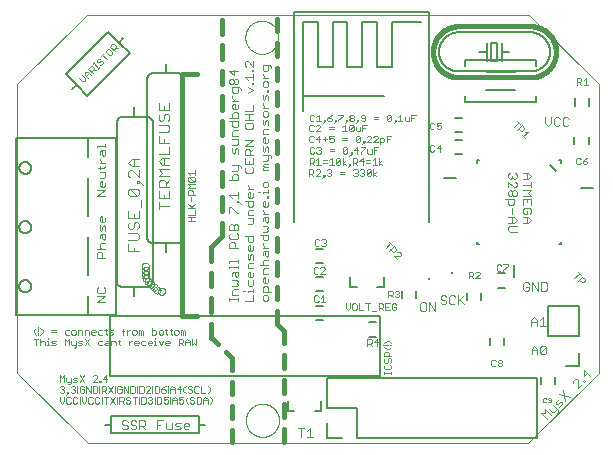
<source format=gto>
G75*
%MOIN*%
%OFA0B0*%
%FSLAX25Y25*%
%IPPOS*%
%LPD*%
%AMOC8*
5,1,8,0,0,1.08239X$1,22.5*
%
%ADD10C,0.00000*%
%ADD11C,0.00300*%
%ADD12C,0.00200*%
%ADD13C,0.01600*%
%ADD14C,0.00600*%
%ADD15C,0.00400*%
%ADD16C,0.00800*%
%ADD17R,0.00787X0.00787*%
%ADD18C,0.00500*%
%ADD19C,0.00100*%
D10*
X0001855Y0024792D02*
X0025398Y0001249D01*
X0172170Y0001249D01*
X0195713Y0024792D01*
X0195713Y0120934D01*
X0172564Y0144083D01*
X0025005Y0144083D01*
X0001855Y0120934D01*
X0001855Y0024792D01*
X0043627Y0056328D02*
X0043629Y0056397D01*
X0043635Y0056465D01*
X0043645Y0056533D01*
X0043659Y0056600D01*
X0043677Y0056667D01*
X0043698Y0056732D01*
X0043724Y0056796D01*
X0043753Y0056858D01*
X0043785Y0056918D01*
X0043821Y0056977D01*
X0043861Y0057033D01*
X0043903Y0057087D01*
X0043949Y0057138D01*
X0043998Y0057187D01*
X0044049Y0057233D01*
X0044103Y0057275D01*
X0044159Y0057315D01*
X0044217Y0057351D01*
X0044278Y0057383D01*
X0044340Y0057412D01*
X0044404Y0057438D01*
X0044469Y0057459D01*
X0044536Y0057477D01*
X0044603Y0057491D01*
X0044671Y0057501D01*
X0044739Y0057507D01*
X0044808Y0057509D01*
X0044877Y0057507D01*
X0044945Y0057501D01*
X0045013Y0057491D01*
X0045080Y0057477D01*
X0045147Y0057459D01*
X0045212Y0057438D01*
X0045276Y0057412D01*
X0045338Y0057383D01*
X0045398Y0057351D01*
X0045457Y0057315D01*
X0045513Y0057275D01*
X0045567Y0057233D01*
X0045618Y0057187D01*
X0045667Y0057138D01*
X0045713Y0057087D01*
X0045755Y0057033D01*
X0045795Y0056977D01*
X0045831Y0056918D01*
X0045863Y0056858D01*
X0045892Y0056796D01*
X0045918Y0056732D01*
X0045939Y0056667D01*
X0045957Y0056600D01*
X0045971Y0056533D01*
X0045981Y0056465D01*
X0045987Y0056397D01*
X0045989Y0056328D01*
X0045987Y0056259D01*
X0045981Y0056191D01*
X0045971Y0056123D01*
X0045957Y0056056D01*
X0045939Y0055989D01*
X0045918Y0055924D01*
X0045892Y0055860D01*
X0045863Y0055798D01*
X0045831Y0055737D01*
X0045795Y0055679D01*
X0045755Y0055623D01*
X0045713Y0055569D01*
X0045667Y0055518D01*
X0045618Y0055469D01*
X0045567Y0055423D01*
X0045513Y0055381D01*
X0045457Y0055341D01*
X0045399Y0055305D01*
X0045338Y0055273D01*
X0045276Y0055244D01*
X0045212Y0055218D01*
X0045147Y0055197D01*
X0045080Y0055179D01*
X0045013Y0055165D01*
X0044945Y0055155D01*
X0044877Y0055149D01*
X0044808Y0055147D01*
X0044739Y0055149D01*
X0044671Y0055155D01*
X0044603Y0055165D01*
X0044536Y0055179D01*
X0044469Y0055197D01*
X0044404Y0055218D01*
X0044340Y0055244D01*
X0044278Y0055273D01*
X0044217Y0055305D01*
X0044159Y0055341D01*
X0044103Y0055381D01*
X0044049Y0055423D01*
X0043998Y0055469D01*
X0043949Y0055518D01*
X0043903Y0055569D01*
X0043861Y0055623D01*
X0043821Y0055679D01*
X0043785Y0055737D01*
X0043753Y0055798D01*
X0043724Y0055860D01*
X0043698Y0055924D01*
X0043677Y0055989D01*
X0043659Y0056056D01*
X0043645Y0056123D01*
X0043635Y0056191D01*
X0043629Y0056259D01*
X0043627Y0056328D01*
X0043528Y0057607D02*
X0043530Y0057676D01*
X0043536Y0057744D01*
X0043546Y0057812D01*
X0043560Y0057879D01*
X0043578Y0057946D01*
X0043599Y0058011D01*
X0043625Y0058075D01*
X0043654Y0058137D01*
X0043686Y0058197D01*
X0043722Y0058256D01*
X0043762Y0058312D01*
X0043804Y0058366D01*
X0043850Y0058417D01*
X0043899Y0058466D01*
X0043950Y0058512D01*
X0044004Y0058554D01*
X0044060Y0058594D01*
X0044118Y0058630D01*
X0044179Y0058662D01*
X0044241Y0058691D01*
X0044305Y0058717D01*
X0044370Y0058738D01*
X0044437Y0058756D01*
X0044504Y0058770D01*
X0044572Y0058780D01*
X0044640Y0058786D01*
X0044709Y0058788D01*
X0044778Y0058786D01*
X0044846Y0058780D01*
X0044914Y0058770D01*
X0044981Y0058756D01*
X0045048Y0058738D01*
X0045113Y0058717D01*
X0045177Y0058691D01*
X0045239Y0058662D01*
X0045299Y0058630D01*
X0045358Y0058594D01*
X0045414Y0058554D01*
X0045468Y0058512D01*
X0045519Y0058466D01*
X0045568Y0058417D01*
X0045614Y0058366D01*
X0045656Y0058312D01*
X0045696Y0058256D01*
X0045732Y0058197D01*
X0045764Y0058137D01*
X0045793Y0058075D01*
X0045819Y0058011D01*
X0045840Y0057946D01*
X0045858Y0057879D01*
X0045872Y0057812D01*
X0045882Y0057744D01*
X0045888Y0057676D01*
X0045890Y0057607D01*
X0045888Y0057538D01*
X0045882Y0057470D01*
X0045872Y0057402D01*
X0045858Y0057335D01*
X0045840Y0057268D01*
X0045819Y0057203D01*
X0045793Y0057139D01*
X0045764Y0057077D01*
X0045732Y0057016D01*
X0045696Y0056958D01*
X0045656Y0056902D01*
X0045614Y0056848D01*
X0045568Y0056797D01*
X0045519Y0056748D01*
X0045468Y0056702D01*
X0045414Y0056660D01*
X0045358Y0056620D01*
X0045300Y0056584D01*
X0045239Y0056552D01*
X0045177Y0056523D01*
X0045113Y0056497D01*
X0045048Y0056476D01*
X0044981Y0056458D01*
X0044914Y0056444D01*
X0044846Y0056434D01*
X0044778Y0056428D01*
X0044709Y0056426D01*
X0044640Y0056428D01*
X0044572Y0056434D01*
X0044504Y0056444D01*
X0044437Y0056458D01*
X0044370Y0056476D01*
X0044305Y0056497D01*
X0044241Y0056523D01*
X0044179Y0056552D01*
X0044118Y0056584D01*
X0044060Y0056620D01*
X0044004Y0056660D01*
X0043950Y0056702D01*
X0043899Y0056748D01*
X0043850Y0056797D01*
X0043804Y0056848D01*
X0043762Y0056902D01*
X0043722Y0056958D01*
X0043686Y0057016D01*
X0043654Y0057077D01*
X0043625Y0057139D01*
X0043599Y0057203D01*
X0043578Y0057268D01*
X0043560Y0057335D01*
X0043546Y0057402D01*
X0043536Y0057470D01*
X0043530Y0057538D01*
X0043528Y0057607D01*
X0043528Y0058887D02*
X0043530Y0058956D01*
X0043536Y0059024D01*
X0043546Y0059092D01*
X0043560Y0059159D01*
X0043578Y0059226D01*
X0043599Y0059291D01*
X0043625Y0059355D01*
X0043654Y0059417D01*
X0043686Y0059477D01*
X0043722Y0059536D01*
X0043762Y0059592D01*
X0043804Y0059646D01*
X0043850Y0059697D01*
X0043899Y0059746D01*
X0043950Y0059792D01*
X0044004Y0059834D01*
X0044060Y0059874D01*
X0044118Y0059910D01*
X0044179Y0059942D01*
X0044241Y0059971D01*
X0044305Y0059997D01*
X0044370Y0060018D01*
X0044437Y0060036D01*
X0044504Y0060050D01*
X0044572Y0060060D01*
X0044640Y0060066D01*
X0044709Y0060068D01*
X0044778Y0060066D01*
X0044846Y0060060D01*
X0044914Y0060050D01*
X0044981Y0060036D01*
X0045048Y0060018D01*
X0045113Y0059997D01*
X0045177Y0059971D01*
X0045239Y0059942D01*
X0045299Y0059910D01*
X0045358Y0059874D01*
X0045414Y0059834D01*
X0045468Y0059792D01*
X0045519Y0059746D01*
X0045568Y0059697D01*
X0045614Y0059646D01*
X0045656Y0059592D01*
X0045696Y0059536D01*
X0045732Y0059477D01*
X0045764Y0059417D01*
X0045793Y0059355D01*
X0045819Y0059291D01*
X0045840Y0059226D01*
X0045858Y0059159D01*
X0045872Y0059092D01*
X0045882Y0059024D01*
X0045888Y0058956D01*
X0045890Y0058887D01*
X0045888Y0058818D01*
X0045882Y0058750D01*
X0045872Y0058682D01*
X0045858Y0058615D01*
X0045840Y0058548D01*
X0045819Y0058483D01*
X0045793Y0058419D01*
X0045764Y0058357D01*
X0045732Y0058296D01*
X0045696Y0058238D01*
X0045656Y0058182D01*
X0045614Y0058128D01*
X0045568Y0058077D01*
X0045519Y0058028D01*
X0045468Y0057982D01*
X0045414Y0057940D01*
X0045358Y0057900D01*
X0045300Y0057864D01*
X0045239Y0057832D01*
X0045177Y0057803D01*
X0045113Y0057777D01*
X0045048Y0057756D01*
X0044981Y0057738D01*
X0044914Y0057724D01*
X0044846Y0057714D01*
X0044778Y0057708D01*
X0044709Y0057706D01*
X0044640Y0057708D01*
X0044572Y0057714D01*
X0044504Y0057724D01*
X0044437Y0057738D01*
X0044370Y0057756D01*
X0044305Y0057777D01*
X0044241Y0057803D01*
X0044179Y0057832D01*
X0044118Y0057864D01*
X0044060Y0057900D01*
X0044004Y0057940D01*
X0043950Y0057982D01*
X0043899Y0058028D01*
X0043850Y0058077D01*
X0043804Y0058128D01*
X0043762Y0058182D01*
X0043722Y0058238D01*
X0043686Y0058296D01*
X0043654Y0058357D01*
X0043625Y0058419D01*
X0043599Y0058483D01*
X0043578Y0058548D01*
X0043560Y0058615D01*
X0043546Y0058682D01*
X0043536Y0058750D01*
X0043530Y0058818D01*
X0043528Y0058887D01*
X0043430Y0060265D02*
X0043432Y0060334D01*
X0043438Y0060402D01*
X0043448Y0060470D01*
X0043462Y0060537D01*
X0043480Y0060604D01*
X0043501Y0060669D01*
X0043527Y0060733D01*
X0043556Y0060795D01*
X0043588Y0060855D01*
X0043624Y0060914D01*
X0043664Y0060970D01*
X0043706Y0061024D01*
X0043752Y0061075D01*
X0043801Y0061124D01*
X0043852Y0061170D01*
X0043906Y0061212D01*
X0043962Y0061252D01*
X0044020Y0061288D01*
X0044081Y0061320D01*
X0044143Y0061349D01*
X0044207Y0061375D01*
X0044272Y0061396D01*
X0044339Y0061414D01*
X0044406Y0061428D01*
X0044474Y0061438D01*
X0044542Y0061444D01*
X0044611Y0061446D01*
X0044680Y0061444D01*
X0044748Y0061438D01*
X0044816Y0061428D01*
X0044883Y0061414D01*
X0044950Y0061396D01*
X0045015Y0061375D01*
X0045079Y0061349D01*
X0045141Y0061320D01*
X0045201Y0061288D01*
X0045260Y0061252D01*
X0045316Y0061212D01*
X0045370Y0061170D01*
X0045421Y0061124D01*
X0045470Y0061075D01*
X0045516Y0061024D01*
X0045558Y0060970D01*
X0045598Y0060914D01*
X0045634Y0060855D01*
X0045666Y0060795D01*
X0045695Y0060733D01*
X0045721Y0060669D01*
X0045742Y0060604D01*
X0045760Y0060537D01*
X0045774Y0060470D01*
X0045784Y0060402D01*
X0045790Y0060334D01*
X0045792Y0060265D01*
X0045790Y0060196D01*
X0045784Y0060128D01*
X0045774Y0060060D01*
X0045760Y0059993D01*
X0045742Y0059926D01*
X0045721Y0059861D01*
X0045695Y0059797D01*
X0045666Y0059735D01*
X0045634Y0059674D01*
X0045598Y0059616D01*
X0045558Y0059560D01*
X0045516Y0059506D01*
X0045470Y0059455D01*
X0045421Y0059406D01*
X0045370Y0059360D01*
X0045316Y0059318D01*
X0045260Y0059278D01*
X0045202Y0059242D01*
X0045141Y0059210D01*
X0045079Y0059181D01*
X0045015Y0059155D01*
X0044950Y0059134D01*
X0044883Y0059116D01*
X0044816Y0059102D01*
X0044748Y0059092D01*
X0044680Y0059086D01*
X0044611Y0059084D01*
X0044542Y0059086D01*
X0044474Y0059092D01*
X0044406Y0059102D01*
X0044339Y0059116D01*
X0044272Y0059134D01*
X0044207Y0059155D01*
X0044143Y0059181D01*
X0044081Y0059210D01*
X0044020Y0059242D01*
X0043962Y0059278D01*
X0043906Y0059318D01*
X0043852Y0059360D01*
X0043801Y0059406D01*
X0043752Y0059455D01*
X0043706Y0059506D01*
X0043664Y0059560D01*
X0043624Y0059616D01*
X0043588Y0059674D01*
X0043556Y0059735D01*
X0043527Y0059797D01*
X0043501Y0059861D01*
X0043480Y0059926D01*
X0043462Y0059993D01*
X0043448Y0060060D01*
X0043438Y0060128D01*
X0043432Y0060196D01*
X0043430Y0060265D01*
X0044316Y0055245D02*
X0044318Y0055314D01*
X0044324Y0055382D01*
X0044334Y0055450D01*
X0044348Y0055517D01*
X0044366Y0055584D01*
X0044387Y0055649D01*
X0044413Y0055713D01*
X0044442Y0055775D01*
X0044474Y0055835D01*
X0044510Y0055894D01*
X0044550Y0055950D01*
X0044592Y0056004D01*
X0044638Y0056055D01*
X0044687Y0056104D01*
X0044738Y0056150D01*
X0044792Y0056192D01*
X0044848Y0056232D01*
X0044906Y0056268D01*
X0044967Y0056300D01*
X0045029Y0056329D01*
X0045093Y0056355D01*
X0045158Y0056376D01*
X0045225Y0056394D01*
X0045292Y0056408D01*
X0045360Y0056418D01*
X0045428Y0056424D01*
X0045497Y0056426D01*
X0045566Y0056424D01*
X0045634Y0056418D01*
X0045702Y0056408D01*
X0045769Y0056394D01*
X0045836Y0056376D01*
X0045901Y0056355D01*
X0045965Y0056329D01*
X0046027Y0056300D01*
X0046087Y0056268D01*
X0046146Y0056232D01*
X0046202Y0056192D01*
X0046256Y0056150D01*
X0046307Y0056104D01*
X0046356Y0056055D01*
X0046402Y0056004D01*
X0046444Y0055950D01*
X0046484Y0055894D01*
X0046520Y0055835D01*
X0046552Y0055775D01*
X0046581Y0055713D01*
X0046607Y0055649D01*
X0046628Y0055584D01*
X0046646Y0055517D01*
X0046660Y0055450D01*
X0046670Y0055382D01*
X0046676Y0055314D01*
X0046678Y0055245D01*
X0046676Y0055176D01*
X0046670Y0055108D01*
X0046660Y0055040D01*
X0046646Y0054973D01*
X0046628Y0054906D01*
X0046607Y0054841D01*
X0046581Y0054777D01*
X0046552Y0054715D01*
X0046520Y0054654D01*
X0046484Y0054596D01*
X0046444Y0054540D01*
X0046402Y0054486D01*
X0046356Y0054435D01*
X0046307Y0054386D01*
X0046256Y0054340D01*
X0046202Y0054298D01*
X0046146Y0054258D01*
X0046088Y0054222D01*
X0046027Y0054190D01*
X0045965Y0054161D01*
X0045901Y0054135D01*
X0045836Y0054114D01*
X0045769Y0054096D01*
X0045702Y0054082D01*
X0045634Y0054072D01*
X0045566Y0054066D01*
X0045497Y0054064D01*
X0045428Y0054066D01*
X0045360Y0054072D01*
X0045292Y0054082D01*
X0045225Y0054096D01*
X0045158Y0054114D01*
X0045093Y0054135D01*
X0045029Y0054161D01*
X0044967Y0054190D01*
X0044906Y0054222D01*
X0044848Y0054258D01*
X0044792Y0054298D01*
X0044738Y0054340D01*
X0044687Y0054386D01*
X0044638Y0054435D01*
X0044592Y0054486D01*
X0044550Y0054540D01*
X0044510Y0054596D01*
X0044474Y0054654D01*
X0044442Y0054715D01*
X0044413Y0054777D01*
X0044387Y0054841D01*
X0044366Y0054906D01*
X0044348Y0054973D01*
X0044334Y0055040D01*
X0044324Y0055108D01*
X0044318Y0055176D01*
X0044316Y0055245D01*
X0045202Y0054359D02*
X0045204Y0054428D01*
X0045210Y0054496D01*
X0045220Y0054564D01*
X0045234Y0054631D01*
X0045252Y0054698D01*
X0045273Y0054763D01*
X0045299Y0054827D01*
X0045328Y0054889D01*
X0045360Y0054949D01*
X0045396Y0055008D01*
X0045436Y0055064D01*
X0045478Y0055118D01*
X0045524Y0055169D01*
X0045573Y0055218D01*
X0045624Y0055264D01*
X0045678Y0055306D01*
X0045734Y0055346D01*
X0045792Y0055382D01*
X0045853Y0055414D01*
X0045915Y0055443D01*
X0045979Y0055469D01*
X0046044Y0055490D01*
X0046111Y0055508D01*
X0046178Y0055522D01*
X0046246Y0055532D01*
X0046314Y0055538D01*
X0046383Y0055540D01*
X0046452Y0055538D01*
X0046520Y0055532D01*
X0046588Y0055522D01*
X0046655Y0055508D01*
X0046722Y0055490D01*
X0046787Y0055469D01*
X0046851Y0055443D01*
X0046913Y0055414D01*
X0046973Y0055382D01*
X0047032Y0055346D01*
X0047088Y0055306D01*
X0047142Y0055264D01*
X0047193Y0055218D01*
X0047242Y0055169D01*
X0047288Y0055118D01*
X0047330Y0055064D01*
X0047370Y0055008D01*
X0047406Y0054949D01*
X0047438Y0054889D01*
X0047467Y0054827D01*
X0047493Y0054763D01*
X0047514Y0054698D01*
X0047532Y0054631D01*
X0047546Y0054564D01*
X0047556Y0054496D01*
X0047562Y0054428D01*
X0047564Y0054359D01*
X0047562Y0054290D01*
X0047556Y0054222D01*
X0047546Y0054154D01*
X0047532Y0054087D01*
X0047514Y0054020D01*
X0047493Y0053955D01*
X0047467Y0053891D01*
X0047438Y0053829D01*
X0047406Y0053768D01*
X0047370Y0053710D01*
X0047330Y0053654D01*
X0047288Y0053600D01*
X0047242Y0053549D01*
X0047193Y0053500D01*
X0047142Y0053454D01*
X0047088Y0053412D01*
X0047032Y0053372D01*
X0046974Y0053336D01*
X0046913Y0053304D01*
X0046851Y0053275D01*
X0046787Y0053249D01*
X0046722Y0053228D01*
X0046655Y0053210D01*
X0046588Y0053196D01*
X0046520Y0053186D01*
X0046452Y0053180D01*
X0046383Y0053178D01*
X0046314Y0053180D01*
X0046246Y0053186D01*
X0046178Y0053196D01*
X0046111Y0053210D01*
X0046044Y0053228D01*
X0045979Y0053249D01*
X0045915Y0053275D01*
X0045853Y0053304D01*
X0045792Y0053336D01*
X0045734Y0053372D01*
X0045678Y0053412D01*
X0045624Y0053454D01*
X0045573Y0053500D01*
X0045524Y0053549D01*
X0045478Y0053600D01*
X0045436Y0053654D01*
X0045396Y0053710D01*
X0045360Y0053768D01*
X0045328Y0053829D01*
X0045299Y0053891D01*
X0045273Y0053955D01*
X0045252Y0054020D01*
X0045234Y0054087D01*
X0045220Y0054154D01*
X0045210Y0054222D01*
X0045204Y0054290D01*
X0045202Y0054359D01*
X0046284Y0053375D02*
X0046286Y0053444D01*
X0046292Y0053512D01*
X0046302Y0053580D01*
X0046316Y0053647D01*
X0046334Y0053714D01*
X0046355Y0053779D01*
X0046381Y0053843D01*
X0046410Y0053905D01*
X0046442Y0053965D01*
X0046478Y0054024D01*
X0046518Y0054080D01*
X0046560Y0054134D01*
X0046606Y0054185D01*
X0046655Y0054234D01*
X0046706Y0054280D01*
X0046760Y0054322D01*
X0046816Y0054362D01*
X0046874Y0054398D01*
X0046935Y0054430D01*
X0046997Y0054459D01*
X0047061Y0054485D01*
X0047126Y0054506D01*
X0047193Y0054524D01*
X0047260Y0054538D01*
X0047328Y0054548D01*
X0047396Y0054554D01*
X0047465Y0054556D01*
X0047534Y0054554D01*
X0047602Y0054548D01*
X0047670Y0054538D01*
X0047737Y0054524D01*
X0047804Y0054506D01*
X0047869Y0054485D01*
X0047933Y0054459D01*
X0047995Y0054430D01*
X0048055Y0054398D01*
X0048114Y0054362D01*
X0048170Y0054322D01*
X0048224Y0054280D01*
X0048275Y0054234D01*
X0048324Y0054185D01*
X0048370Y0054134D01*
X0048412Y0054080D01*
X0048452Y0054024D01*
X0048488Y0053965D01*
X0048520Y0053905D01*
X0048549Y0053843D01*
X0048575Y0053779D01*
X0048596Y0053714D01*
X0048614Y0053647D01*
X0048628Y0053580D01*
X0048638Y0053512D01*
X0048644Y0053444D01*
X0048646Y0053375D01*
X0048644Y0053306D01*
X0048638Y0053238D01*
X0048628Y0053170D01*
X0048614Y0053103D01*
X0048596Y0053036D01*
X0048575Y0052971D01*
X0048549Y0052907D01*
X0048520Y0052845D01*
X0048488Y0052784D01*
X0048452Y0052726D01*
X0048412Y0052670D01*
X0048370Y0052616D01*
X0048324Y0052565D01*
X0048275Y0052516D01*
X0048224Y0052470D01*
X0048170Y0052428D01*
X0048114Y0052388D01*
X0048056Y0052352D01*
X0047995Y0052320D01*
X0047933Y0052291D01*
X0047869Y0052265D01*
X0047804Y0052244D01*
X0047737Y0052226D01*
X0047670Y0052212D01*
X0047602Y0052202D01*
X0047534Y0052196D01*
X0047465Y0052194D01*
X0047396Y0052196D01*
X0047328Y0052202D01*
X0047260Y0052212D01*
X0047193Y0052226D01*
X0047126Y0052244D01*
X0047061Y0052265D01*
X0046997Y0052291D01*
X0046935Y0052320D01*
X0046874Y0052352D01*
X0046816Y0052388D01*
X0046760Y0052428D01*
X0046706Y0052470D01*
X0046655Y0052516D01*
X0046606Y0052565D01*
X0046560Y0052616D01*
X0046518Y0052670D01*
X0046478Y0052726D01*
X0046442Y0052784D01*
X0046410Y0052845D01*
X0046381Y0052907D01*
X0046355Y0052971D01*
X0046334Y0053036D01*
X0046316Y0053103D01*
X0046302Y0053170D01*
X0046292Y0053238D01*
X0046286Y0053306D01*
X0046284Y0053375D01*
X0047269Y0052391D02*
X0047271Y0052460D01*
X0047277Y0052528D01*
X0047287Y0052596D01*
X0047301Y0052663D01*
X0047319Y0052730D01*
X0047340Y0052795D01*
X0047366Y0052859D01*
X0047395Y0052921D01*
X0047427Y0052981D01*
X0047463Y0053040D01*
X0047503Y0053096D01*
X0047545Y0053150D01*
X0047591Y0053201D01*
X0047640Y0053250D01*
X0047691Y0053296D01*
X0047745Y0053338D01*
X0047801Y0053378D01*
X0047859Y0053414D01*
X0047920Y0053446D01*
X0047982Y0053475D01*
X0048046Y0053501D01*
X0048111Y0053522D01*
X0048178Y0053540D01*
X0048245Y0053554D01*
X0048313Y0053564D01*
X0048381Y0053570D01*
X0048450Y0053572D01*
X0048519Y0053570D01*
X0048587Y0053564D01*
X0048655Y0053554D01*
X0048722Y0053540D01*
X0048789Y0053522D01*
X0048854Y0053501D01*
X0048918Y0053475D01*
X0048980Y0053446D01*
X0049040Y0053414D01*
X0049099Y0053378D01*
X0049155Y0053338D01*
X0049209Y0053296D01*
X0049260Y0053250D01*
X0049309Y0053201D01*
X0049355Y0053150D01*
X0049397Y0053096D01*
X0049437Y0053040D01*
X0049473Y0052981D01*
X0049505Y0052921D01*
X0049534Y0052859D01*
X0049560Y0052795D01*
X0049581Y0052730D01*
X0049599Y0052663D01*
X0049613Y0052596D01*
X0049623Y0052528D01*
X0049629Y0052460D01*
X0049631Y0052391D01*
X0049629Y0052322D01*
X0049623Y0052254D01*
X0049613Y0052186D01*
X0049599Y0052119D01*
X0049581Y0052052D01*
X0049560Y0051987D01*
X0049534Y0051923D01*
X0049505Y0051861D01*
X0049473Y0051800D01*
X0049437Y0051742D01*
X0049397Y0051686D01*
X0049355Y0051632D01*
X0049309Y0051581D01*
X0049260Y0051532D01*
X0049209Y0051486D01*
X0049155Y0051444D01*
X0049099Y0051404D01*
X0049041Y0051368D01*
X0048980Y0051336D01*
X0048918Y0051307D01*
X0048854Y0051281D01*
X0048789Y0051260D01*
X0048722Y0051242D01*
X0048655Y0051228D01*
X0048587Y0051218D01*
X0048519Y0051212D01*
X0048450Y0051210D01*
X0048381Y0051212D01*
X0048313Y0051218D01*
X0048245Y0051228D01*
X0048178Y0051242D01*
X0048111Y0051260D01*
X0048046Y0051281D01*
X0047982Y0051307D01*
X0047920Y0051336D01*
X0047859Y0051368D01*
X0047801Y0051404D01*
X0047745Y0051444D01*
X0047691Y0051486D01*
X0047640Y0051532D01*
X0047591Y0051581D01*
X0047545Y0051632D01*
X0047503Y0051686D01*
X0047463Y0051742D01*
X0047427Y0051800D01*
X0047395Y0051861D01*
X0047366Y0051923D01*
X0047340Y0051987D01*
X0047319Y0052052D01*
X0047301Y0052119D01*
X0047287Y0052186D01*
X0047277Y0052254D01*
X0047271Y0052322D01*
X0047269Y0052391D01*
X0048843Y0051997D02*
X0048845Y0052066D01*
X0048851Y0052134D01*
X0048861Y0052202D01*
X0048875Y0052269D01*
X0048893Y0052336D01*
X0048914Y0052401D01*
X0048940Y0052465D01*
X0048969Y0052527D01*
X0049001Y0052587D01*
X0049037Y0052646D01*
X0049077Y0052702D01*
X0049119Y0052756D01*
X0049165Y0052807D01*
X0049214Y0052856D01*
X0049265Y0052902D01*
X0049319Y0052944D01*
X0049375Y0052984D01*
X0049433Y0053020D01*
X0049494Y0053052D01*
X0049556Y0053081D01*
X0049620Y0053107D01*
X0049685Y0053128D01*
X0049752Y0053146D01*
X0049819Y0053160D01*
X0049887Y0053170D01*
X0049955Y0053176D01*
X0050024Y0053178D01*
X0050093Y0053176D01*
X0050161Y0053170D01*
X0050229Y0053160D01*
X0050296Y0053146D01*
X0050363Y0053128D01*
X0050428Y0053107D01*
X0050492Y0053081D01*
X0050554Y0053052D01*
X0050614Y0053020D01*
X0050673Y0052984D01*
X0050729Y0052944D01*
X0050783Y0052902D01*
X0050834Y0052856D01*
X0050883Y0052807D01*
X0050929Y0052756D01*
X0050971Y0052702D01*
X0051011Y0052646D01*
X0051047Y0052587D01*
X0051079Y0052527D01*
X0051108Y0052465D01*
X0051134Y0052401D01*
X0051155Y0052336D01*
X0051173Y0052269D01*
X0051187Y0052202D01*
X0051197Y0052134D01*
X0051203Y0052066D01*
X0051205Y0051997D01*
X0051203Y0051928D01*
X0051197Y0051860D01*
X0051187Y0051792D01*
X0051173Y0051725D01*
X0051155Y0051658D01*
X0051134Y0051593D01*
X0051108Y0051529D01*
X0051079Y0051467D01*
X0051047Y0051406D01*
X0051011Y0051348D01*
X0050971Y0051292D01*
X0050929Y0051238D01*
X0050883Y0051187D01*
X0050834Y0051138D01*
X0050783Y0051092D01*
X0050729Y0051050D01*
X0050673Y0051010D01*
X0050615Y0050974D01*
X0050554Y0050942D01*
X0050492Y0050913D01*
X0050428Y0050887D01*
X0050363Y0050866D01*
X0050296Y0050848D01*
X0050229Y0050834D01*
X0050161Y0050824D01*
X0050093Y0050818D01*
X0050024Y0050816D01*
X0049955Y0050818D01*
X0049887Y0050824D01*
X0049819Y0050834D01*
X0049752Y0050848D01*
X0049685Y0050866D01*
X0049620Y0050887D01*
X0049556Y0050913D01*
X0049494Y0050942D01*
X0049433Y0050974D01*
X0049375Y0051010D01*
X0049319Y0051050D01*
X0049265Y0051092D01*
X0049214Y0051138D01*
X0049165Y0051187D01*
X0049119Y0051238D01*
X0049077Y0051292D01*
X0049037Y0051348D01*
X0049001Y0051406D01*
X0048969Y0051467D01*
X0048940Y0051529D01*
X0048914Y0051593D01*
X0048893Y0051658D01*
X0048875Y0051725D01*
X0048861Y0051792D01*
X0048851Y0051860D01*
X0048845Y0051928D01*
X0048843Y0051997D01*
X0078100Y0008929D02*
X0078102Y0009077D01*
X0078108Y0009225D01*
X0078118Y0009373D01*
X0078132Y0009520D01*
X0078150Y0009667D01*
X0078171Y0009813D01*
X0078197Y0009959D01*
X0078227Y0010104D01*
X0078260Y0010248D01*
X0078298Y0010391D01*
X0078339Y0010533D01*
X0078384Y0010674D01*
X0078432Y0010814D01*
X0078485Y0010953D01*
X0078541Y0011090D01*
X0078601Y0011225D01*
X0078664Y0011359D01*
X0078731Y0011491D01*
X0078802Y0011621D01*
X0078876Y0011749D01*
X0078953Y0011875D01*
X0079034Y0011999D01*
X0079118Y0012121D01*
X0079205Y0012240D01*
X0079296Y0012357D01*
X0079390Y0012472D01*
X0079486Y0012584D01*
X0079586Y0012694D01*
X0079688Y0012800D01*
X0079794Y0012904D01*
X0079902Y0013005D01*
X0080013Y0013103D01*
X0080126Y0013199D01*
X0080242Y0013291D01*
X0080360Y0013380D01*
X0080481Y0013465D01*
X0080604Y0013548D01*
X0080729Y0013627D01*
X0080856Y0013703D01*
X0080985Y0013775D01*
X0081116Y0013844D01*
X0081249Y0013909D01*
X0081384Y0013970D01*
X0081520Y0014028D01*
X0081657Y0014083D01*
X0081796Y0014133D01*
X0081937Y0014180D01*
X0082078Y0014223D01*
X0082221Y0014263D01*
X0082365Y0014298D01*
X0082509Y0014330D01*
X0082655Y0014357D01*
X0082801Y0014381D01*
X0082948Y0014401D01*
X0083095Y0014417D01*
X0083242Y0014429D01*
X0083390Y0014437D01*
X0083538Y0014441D01*
X0083686Y0014441D01*
X0083834Y0014437D01*
X0083982Y0014429D01*
X0084129Y0014417D01*
X0084276Y0014401D01*
X0084423Y0014381D01*
X0084569Y0014357D01*
X0084715Y0014330D01*
X0084859Y0014298D01*
X0085003Y0014263D01*
X0085146Y0014223D01*
X0085287Y0014180D01*
X0085428Y0014133D01*
X0085567Y0014083D01*
X0085704Y0014028D01*
X0085840Y0013970D01*
X0085975Y0013909D01*
X0086108Y0013844D01*
X0086239Y0013775D01*
X0086368Y0013703D01*
X0086495Y0013627D01*
X0086620Y0013548D01*
X0086743Y0013465D01*
X0086864Y0013380D01*
X0086982Y0013291D01*
X0087098Y0013199D01*
X0087211Y0013103D01*
X0087322Y0013005D01*
X0087430Y0012904D01*
X0087536Y0012800D01*
X0087638Y0012694D01*
X0087738Y0012584D01*
X0087834Y0012472D01*
X0087928Y0012357D01*
X0088019Y0012240D01*
X0088106Y0012121D01*
X0088190Y0011999D01*
X0088271Y0011875D01*
X0088348Y0011749D01*
X0088422Y0011621D01*
X0088493Y0011491D01*
X0088560Y0011359D01*
X0088623Y0011225D01*
X0088683Y0011090D01*
X0088739Y0010953D01*
X0088792Y0010814D01*
X0088840Y0010674D01*
X0088885Y0010533D01*
X0088926Y0010391D01*
X0088964Y0010248D01*
X0088997Y0010104D01*
X0089027Y0009959D01*
X0089053Y0009813D01*
X0089074Y0009667D01*
X0089092Y0009520D01*
X0089106Y0009373D01*
X0089116Y0009225D01*
X0089122Y0009077D01*
X0089124Y0008929D01*
X0089122Y0008781D01*
X0089116Y0008633D01*
X0089106Y0008485D01*
X0089092Y0008338D01*
X0089074Y0008191D01*
X0089053Y0008045D01*
X0089027Y0007899D01*
X0088997Y0007754D01*
X0088964Y0007610D01*
X0088926Y0007467D01*
X0088885Y0007325D01*
X0088840Y0007184D01*
X0088792Y0007044D01*
X0088739Y0006905D01*
X0088683Y0006768D01*
X0088623Y0006633D01*
X0088560Y0006499D01*
X0088493Y0006367D01*
X0088422Y0006237D01*
X0088348Y0006109D01*
X0088271Y0005983D01*
X0088190Y0005859D01*
X0088106Y0005737D01*
X0088019Y0005618D01*
X0087928Y0005501D01*
X0087834Y0005386D01*
X0087738Y0005274D01*
X0087638Y0005164D01*
X0087536Y0005058D01*
X0087430Y0004954D01*
X0087322Y0004853D01*
X0087211Y0004755D01*
X0087098Y0004659D01*
X0086982Y0004567D01*
X0086864Y0004478D01*
X0086743Y0004393D01*
X0086620Y0004310D01*
X0086495Y0004231D01*
X0086368Y0004155D01*
X0086239Y0004083D01*
X0086108Y0004014D01*
X0085975Y0003949D01*
X0085840Y0003888D01*
X0085704Y0003830D01*
X0085567Y0003775D01*
X0085428Y0003725D01*
X0085287Y0003678D01*
X0085146Y0003635D01*
X0085003Y0003595D01*
X0084859Y0003560D01*
X0084715Y0003528D01*
X0084569Y0003501D01*
X0084423Y0003477D01*
X0084276Y0003457D01*
X0084129Y0003441D01*
X0083982Y0003429D01*
X0083834Y0003421D01*
X0083686Y0003417D01*
X0083538Y0003417D01*
X0083390Y0003421D01*
X0083242Y0003429D01*
X0083095Y0003441D01*
X0082948Y0003457D01*
X0082801Y0003477D01*
X0082655Y0003501D01*
X0082509Y0003528D01*
X0082365Y0003560D01*
X0082221Y0003595D01*
X0082078Y0003635D01*
X0081937Y0003678D01*
X0081796Y0003725D01*
X0081657Y0003775D01*
X0081520Y0003830D01*
X0081384Y0003888D01*
X0081249Y0003949D01*
X0081116Y0004014D01*
X0080985Y0004083D01*
X0080856Y0004155D01*
X0080729Y0004231D01*
X0080604Y0004310D01*
X0080481Y0004393D01*
X0080360Y0004478D01*
X0080242Y0004567D01*
X0080126Y0004659D01*
X0080013Y0004755D01*
X0079902Y0004853D01*
X0079794Y0004954D01*
X0079688Y0005058D01*
X0079586Y0005164D01*
X0079486Y0005274D01*
X0079390Y0005386D01*
X0079296Y0005501D01*
X0079205Y0005618D01*
X0079118Y0005737D01*
X0079034Y0005859D01*
X0078953Y0005983D01*
X0078876Y0006109D01*
X0078802Y0006237D01*
X0078731Y0006367D01*
X0078664Y0006499D01*
X0078601Y0006633D01*
X0078541Y0006768D01*
X0078485Y0006905D01*
X0078432Y0007044D01*
X0078384Y0007184D01*
X0078339Y0007325D01*
X0078298Y0007467D01*
X0078260Y0007610D01*
X0078227Y0007754D01*
X0078197Y0007899D01*
X0078171Y0008045D01*
X0078150Y0008191D01*
X0078132Y0008338D01*
X0078118Y0008485D01*
X0078108Y0008633D01*
X0078102Y0008781D01*
X0078100Y0008929D01*
X0077903Y0136606D02*
X0077905Y0136754D01*
X0077911Y0136902D01*
X0077921Y0137050D01*
X0077935Y0137197D01*
X0077953Y0137344D01*
X0077974Y0137490D01*
X0078000Y0137636D01*
X0078030Y0137781D01*
X0078063Y0137925D01*
X0078101Y0138068D01*
X0078142Y0138210D01*
X0078187Y0138351D01*
X0078235Y0138491D01*
X0078288Y0138630D01*
X0078344Y0138767D01*
X0078404Y0138902D01*
X0078467Y0139036D01*
X0078534Y0139168D01*
X0078605Y0139298D01*
X0078679Y0139426D01*
X0078756Y0139552D01*
X0078837Y0139676D01*
X0078921Y0139798D01*
X0079008Y0139917D01*
X0079099Y0140034D01*
X0079193Y0140149D01*
X0079289Y0140261D01*
X0079389Y0140371D01*
X0079491Y0140477D01*
X0079597Y0140581D01*
X0079705Y0140682D01*
X0079816Y0140780D01*
X0079929Y0140876D01*
X0080045Y0140968D01*
X0080163Y0141057D01*
X0080284Y0141142D01*
X0080407Y0141225D01*
X0080532Y0141304D01*
X0080659Y0141380D01*
X0080788Y0141452D01*
X0080919Y0141521D01*
X0081052Y0141586D01*
X0081187Y0141647D01*
X0081323Y0141705D01*
X0081460Y0141760D01*
X0081599Y0141810D01*
X0081740Y0141857D01*
X0081881Y0141900D01*
X0082024Y0141940D01*
X0082168Y0141975D01*
X0082312Y0142007D01*
X0082458Y0142034D01*
X0082604Y0142058D01*
X0082751Y0142078D01*
X0082898Y0142094D01*
X0083045Y0142106D01*
X0083193Y0142114D01*
X0083341Y0142118D01*
X0083489Y0142118D01*
X0083637Y0142114D01*
X0083785Y0142106D01*
X0083932Y0142094D01*
X0084079Y0142078D01*
X0084226Y0142058D01*
X0084372Y0142034D01*
X0084518Y0142007D01*
X0084662Y0141975D01*
X0084806Y0141940D01*
X0084949Y0141900D01*
X0085090Y0141857D01*
X0085231Y0141810D01*
X0085370Y0141760D01*
X0085507Y0141705D01*
X0085643Y0141647D01*
X0085778Y0141586D01*
X0085911Y0141521D01*
X0086042Y0141452D01*
X0086171Y0141380D01*
X0086298Y0141304D01*
X0086423Y0141225D01*
X0086546Y0141142D01*
X0086667Y0141057D01*
X0086785Y0140968D01*
X0086901Y0140876D01*
X0087014Y0140780D01*
X0087125Y0140682D01*
X0087233Y0140581D01*
X0087339Y0140477D01*
X0087441Y0140371D01*
X0087541Y0140261D01*
X0087637Y0140149D01*
X0087731Y0140034D01*
X0087822Y0139917D01*
X0087909Y0139798D01*
X0087993Y0139676D01*
X0088074Y0139552D01*
X0088151Y0139426D01*
X0088225Y0139298D01*
X0088296Y0139168D01*
X0088363Y0139036D01*
X0088426Y0138902D01*
X0088486Y0138767D01*
X0088542Y0138630D01*
X0088595Y0138491D01*
X0088643Y0138351D01*
X0088688Y0138210D01*
X0088729Y0138068D01*
X0088767Y0137925D01*
X0088800Y0137781D01*
X0088830Y0137636D01*
X0088856Y0137490D01*
X0088877Y0137344D01*
X0088895Y0137197D01*
X0088909Y0137050D01*
X0088919Y0136902D01*
X0088925Y0136754D01*
X0088927Y0136606D01*
X0088925Y0136458D01*
X0088919Y0136310D01*
X0088909Y0136162D01*
X0088895Y0136015D01*
X0088877Y0135868D01*
X0088856Y0135722D01*
X0088830Y0135576D01*
X0088800Y0135431D01*
X0088767Y0135287D01*
X0088729Y0135144D01*
X0088688Y0135002D01*
X0088643Y0134861D01*
X0088595Y0134721D01*
X0088542Y0134582D01*
X0088486Y0134445D01*
X0088426Y0134310D01*
X0088363Y0134176D01*
X0088296Y0134044D01*
X0088225Y0133914D01*
X0088151Y0133786D01*
X0088074Y0133660D01*
X0087993Y0133536D01*
X0087909Y0133414D01*
X0087822Y0133295D01*
X0087731Y0133178D01*
X0087637Y0133063D01*
X0087541Y0132951D01*
X0087441Y0132841D01*
X0087339Y0132735D01*
X0087233Y0132631D01*
X0087125Y0132530D01*
X0087014Y0132432D01*
X0086901Y0132336D01*
X0086785Y0132244D01*
X0086667Y0132155D01*
X0086546Y0132070D01*
X0086423Y0131987D01*
X0086298Y0131908D01*
X0086171Y0131832D01*
X0086042Y0131760D01*
X0085911Y0131691D01*
X0085778Y0131626D01*
X0085643Y0131565D01*
X0085507Y0131507D01*
X0085370Y0131452D01*
X0085231Y0131402D01*
X0085090Y0131355D01*
X0084949Y0131312D01*
X0084806Y0131272D01*
X0084662Y0131237D01*
X0084518Y0131205D01*
X0084372Y0131178D01*
X0084226Y0131154D01*
X0084079Y0131134D01*
X0083932Y0131118D01*
X0083785Y0131106D01*
X0083637Y0131098D01*
X0083489Y0131094D01*
X0083341Y0131094D01*
X0083193Y0131098D01*
X0083045Y0131106D01*
X0082898Y0131118D01*
X0082751Y0131134D01*
X0082604Y0131154D01*
X0082458Y0131178D01*
X0082312Y0131205D01*
X0082168Y0131237D01*
X0082024Y0131272D01*
X0081881Y0131312D01*
X0081740Y0131355D01*
X0081599Y0131402D01*
X0081460Y0131452D01*
X0081323Y0131507D01*
X0081187Y0131565D01*
X0081052Y0131626D01*
X0080919Y0131691D01*
X0080788Y0131760D01*
X0080659Y0131832D01*
X0080532Y0131908D01*
X0080407Y0131987D01*
X0080284Y0132070D01*
X0080163Y0132155D01*
X0080045Y0132244D01*
X0079929Y0132336D01*
X0079816Y0132432D01*
X0079705Y0132530D01*
X0079597Y0132631D01*
X0079491Y0132735D01*
X0079389Y0132841D01*
X0079289Y0132951D01*
X0079193Y0133063D01*
X0079099Y0133178D01*
X0079008Y0133295D01*
X0078921Y0133414D01*
X0078837Y0133536D01*
X0078756Y0133660D01*
X0078679Y0133786D01*
X0078605Y0133914D01*
X0078534Y0134044D01*
X0078467Y0134176D01*
X0078404Y0134310D01*
X0078344Y0134445D01*
X0078288Y0134582D01*
X0078235Y0134721D01*
X0078187Y0134861D01*
X0078142Y0135002D01*
X0078101Y0135144D01*
X0078063Y0135287D01*
X0078030Y0135431D01*
X0078000Y0135576D01*
X0077974Y0135722D01*
X0077953Y0135868D01*
X0077935Y0136015D01*
X0077921Y0136162D01*
X0077911Y0136310D01*
X0077905Y0136458D01*
X0077903Y0136606D01*
D11*
X0078172Y0128778D02*
X0077688Y0128294D01*
X0077688Y0127327D01*
X0078172Y0126843D01*
X0078172Y0128778D02*
X0078656Y0128778D01*
X0080591Y0126843D01*
X0080591Y0128778D01*
X0080591Y0125853D02*
X0080591Y0125370D01*
X0080107Y0125370D01*
X0080107Y0125853D01*
X0080591Y0125853D01*
X0080591Y0124358D02*
X0080591Y0122423D01*
X0080591Y0123391D02*
X0077688Y0123391D01*
X0078656Y0122423D01*
X0080107Y0121434D02*
X0080591Y0121434D01*
X0080591Y0120950D01*
X0080107Y0120950D01*
X0080107Y0121434D01*
X0078656Y0119938D02*
X0080591Y0118971D01*
X0078656Y0118003D01*
X0076440Y0118962D02*
X0076440Y0119446D01*
X0075957Y0119930D01*
X0073538Y0119930D01*
X0073538Y0118478D01*
X0074022Y0117995D01*
X0074989Y0117995D01*
X0075473Y0118478D01*
X0075473Y0119930D01*
X0074989Y0120941D02*
X0074505Y0120941D01*
X0074022Y0121425D01*
X0074022Y0122392D01*
X0074505Y0122876D01*
X0074989Y0122876D01*
X0075473Y0122392D01*
X0075473Y0121425D01*
X0074989Y0120941D01*
X0074022Y0121425D02*
X0073538Y0120941D01*
X0073054Y0120941D01*
X0072570Y0121425D01*
X0072570Y0122392D01*
X0073054Y0122876D01*
X0073538Y0122876D01*
X0074022Y0122392D01*
X0074022Y0123888D02*
X0074022Y0125823D01*
X0075473Y0125339D02*
X0072570Y0125339D01*
X0074022Y0123888D01*
X0073538Y0116991D02*
X0073538Y0116507D01*
X0074505Y0115539D01*
X0073538Y0115539D02*
X0075473Y0115539D01*
X0074505Y0114528D02*
X0074505Y0112593D01*
X0074022Y0112593D02*
X0073538Y0113077D01*
X0073538Y0114044D01*
X0074022Y0114528D01*
X0074505Y0114528D01*
X0075473Y0114044D02*
X0075473Y0113077D01*
X0074989Y0112593D01*
X0074022Y0112593D01*
X0074022Y0111581D02*
X0073538Y0111098D01*
X0073538Y0109646D01*
X0072570Y0109646D02*
X0075473Y0109646D01*
X0075473Y0111098D01*
X0074989Y0111581D01*
X0074022Y0111581D01*
X0073538Y0108635D02*
X0073538Y0107184D01*
X0074022Y0106700D01*
X0074989Y0106700D01*
X0075473Y0107184D01*
X0075473Y0108635D01*
X0072570Y0108635D01*
X0074022Y0105688D02*
X0075473Y0105688D01*
X0074022Y0105688D02*
X0073538Y0105204D01*
X0073538Y0103753D01*
X0075473Y0103753D01*
X0075473Y0102742D02*
X0073538Y0102742D01*
X0075473Y0102742D02*
X0075473Y0101290D01*
X0074989Y0100807D01*
X0073538Y0100807D01*
X0073538Y0099795D02*
X0073538Y0098344D01*
X0074022Y0097860D01*
X0074505Y0098344D01*
X0074505Y0099311D01*
X0074989Y0099795D01*
X0075473Y0099311D01*
X0075473Y0097860D01*
X0077688Y0097378D02*
X0077688Y0098829D01*
X0078172Y0099313D01*
X0079140Y0099313D01*
X0079623Y0098829D01*
X0079623Y0097378D01*
X0079623Y0098345D02*
X0080591Y0099313D01*
X0080591Y0100324D02*
X0077688Y0100324D01*
X0080591Y0102259D01*
X0077688Y0102259D01*
X0078172Y0106217D02*
X0080107Y0106217D01*
X0080591Y0106701D01*
X0080591Y0107669D01*
X0080107Y0108152D01*
X0078172Y0108152D01*
X0077688Y0107669D01*
X0077688Y0106701D01*
X0078172Y0106217D01*
X0077688Y0109164D02*
X0080591Y0109164D01*
X0079140Y0109164D02*
X0079140Y0111099D01*
X0080591Y0111099D02*
X0077688Y0111099D01*
X0077688Y0112110D02*
X0080591Y0112110D01*
X0080591Y0114045D01*
X0083656Y0114091D02*
X0083656Y0114574D01*
X0083656Y0114091D02*
X0084623Y0113123D01*
X0083656Y0113123D02*
X0085591Y0113123D01*
X0085107Y0112112D02*
X0084140Y0112112D01*
X0083656Y0111628D01*
X0083656Y0110660D01*
X0084140Y0110177D01*
X0085107Y0110177D01*
X0085591Y0110660D01*
X0085591Y0111628D01*
X0085107Y0112112D01*
X0085107Y0109165D02*
X0084623Y0108681D01*
X0084623Y0107714D01*
X0084140Y0107230D01*
X0083656Y0107714D01*
X0083656Y0109165D01*
X0085107Y0109165D02*
X0085591Y0108681D01*
X0085591Y0107230D01*
X0085591Y0106219D02*
X0084140Y0106219D01*
X0083656Y0105735D01*
X0083656Y0104284D01*
X0085591Y0104284D01*
X0084623Y0103272D02*
X0084140Y0103272D01*
X0083656Y0102788D01*
X0083656Y0101821D01*
X0084140Y0101337D01*
X0085107Y0101337D01*
X0085591Y0101821D01*
X0085591Y0102788D01*
X0084623Y0103272D02*
X0084623Y0101337D01*
X0085107Y0100326D02*
X0084623Y0099842D01*
X0084623Y0098874D01*
X0084140Y0098391D01*
X0083656Y0098874D01*
X0083656Y0100326D01*
X0085107Y0100326D02*
X0085591Y0099842D01*
X0085591Y0098391D01*
X0085591Y0097379D02*
X0085591Y0095928D01*
X0085107Y0095444D01*
X0083656Y0095444D01*
X0084140Y0094433D02*
X0085591Y0094433D01*
X0085591Y0093465D02*
X0084140Y0093465D01*
X0083656Y0093949D01*
X0084140Y0094433D01*
X0084140Y0093465D02*
X0083656Y0092981D01*
X0083656Y0092498D01*
X0085591Y0092498D01*
X0086558Y0096412D02*
X0086558Y0096895D01*
X0086075Y0097379D01*
X0083656Y0097379D01*
X0080591Y0097378D02*
X0077688Y0097378D01*
X0077688Y0096366D02*
X0077688Y0094431D01*
X0080591Y0094431D01*
X0080591Y0096366D01*
X0079140Y0095399D02*
X0079140Y0094431D01*
X0080107Y0093420D02*
X0080591Y0092936D01*
X0080591Y0091968D01*
X0080107Y0091485D01*
X0078172Y0091485D01*
X0077688Y0091968D01*
X0077688Y0092936D01*
X0078172Y0093420D01*
X0076440Y0093418D02*
X0075957Y0093902D01*
X0073538Y0093902D01*
X0075473Y0093902D02*
X0075473Y0092451D01*
X0074989Y0091967D01*
X0073538Y0091967D01*
X0074022Y0090956D02*
X0073538Y0090472D01*
X0073538Y0089021D01*
X0072570Y0089021D02*
X0075473Y0089021D01*
X0075473Y0090472D01*
X0074989Y0090956D01*
X0074022Y0090956D01*
X0076440Y0092935D02*
X0076440Y0093418D01*
X0078656Y0087534D02*
X0078656Y0087050D01*
X0079623Y0086083D01*
X0078656Y0086083D02*
X0080591Y0086083D01*
X0079623Y0085071D02*
X0079623Y0083136D01*
X0079140Y0083136D02*
X0078656Y0083620D01*
X0078656Y0084588D01*
X0079140Y0085071D01*
X0079623Y0085071D01*
X0080591Y0084588D02*
X0080591Y0083620D01*
X0080107Y0083136D01*
X0079140Y0083136D01*
X0078656Y0082125D02*
X0078656Y0080673D01*
X0079140Y0080190D01*
X0080107Y0080190D01*
X0080591Y0080673D01*
X0080591Y0082125D01*
X0077688Y0082125D01*
X0076440Y0081163D02*
X0075473Y0082131D01*
X0075473Y0081647D01*
X0074989Y0081647D01*
X0074989Y0082131D01*
X0075473Y0082131D01*
X0075473Y0083128D02*
X0075473Y0085063D01*
X0075473Y0084095D02*
X0072570Y0084095D01*
X0073538Y0083128D01*
X0073054Y0080152D02*
X0072570Y0080152D01*
X0072570Y0078217D01*
X0073054Y0080152D02*
X0074989Y0078217D01*
X0075473Y0078217D01*
X0078656Y0078694D02*
X0078656Y0077243D01*
X0080591Y0077243D01*
X0080591Y0076232D02*
X0078656Y0076232D01*
X0080591Y0076232D02*
X0080591Y0074780D01*
X0080107Y0074297D01*
X0078656Y0074297D01*
X0075473Y0073775D02*
X0075473Y0072324D01*
X0072570Y0072324D01*
X0072570Y0073775D01*
X0073054Y0074259D01*
X0073538Y0074259D01*
X0074022Y0073775D01*
X0074022Y0072324D01*
X0074989Y0071312D02*
X0075473Y0070828D01*
X0075473Y0069861D01*
X0074989Y0069377D01*
X0073054Y0069377D01*
X0072570Y0069861D01*
X0072570Y0070828D01*
X0073054Y0071312D01*
X0074022Y0073775D02*
X0074505Y0074259D01*
X0074989Y0074259D01*
X0075473Y0073775D01*
X0077688Y0070339D02*
X0080591Y0070339D01*
X0080591Y0068887D01*
X0080107Y0068404D01*
X0079140Y0068404D01*
X0078656Y0068887D01*
X0078656Y0070339D01*
X0079140Y0067392D02*
X0079623Y0067392D01*
X0079623Y0065457D01*
X0079140Y0065457D02*
X0078656Y0065941D01*
X0078656Y0066908D01*
X0079140Y0067392D01*
X0080591Y0066908D02*
X0080591Y0065941D01*
X0080107Y0065457D01*
X0079140Y0065457D01*
X0078656Y0064446D02*
X0078656Y0062994D01*
X0079140Y0062511D01*
X0079623Y0062994D01*
X0079623Y0063962D01*
X0080107Y0064446D01*
X0080591Y0063962D01*
X0080591Y0062511D01*
X0080591Y0061499D02*
X0079140Y0061499D01*
X0078656Y0061015D01*
X0078656Y0059564D01*
X0080591Y0059564D01*
X0079623Y0058553D02*
X0079623Y0056618D01*
X0079140Y0056618D02*
X0078656Y0057101D01*
X0078656Y0058069D01*
X0079140Y0058553D01*
X0079623Y0058553D01*
X0080591Y0058069D02*
X0080591Y0057101D01*
X0080107Y0056618D01*
X0079140Y0056618D01*
X0078656Y0055606D02*
X0078656Y0054155D01*
X0079140Y0053671D01*
X0080107Y0053671D01*
X0080591Y0054155D01*
X0080591Y0055606D01*
X0080591Y0052674D02*
X0080591Y0051707D01*
X0080591Y0052190D02*
X0078656Y0052190D01*
X0078656Y0051707D01*
X0077688Y0052190D02*
X0077205Y0052190D01*
X0075473Y0052651D02*
X0074022Y0052651D01*
X0073538Y0052167D01*
X0073538Y0050716D01*
X0075473Y0050716D01*
X0075473Y0049719D02*
X0075473Y0048752D01*
X0075473Y0049235D02*
X0072570Y0049235D01*
X0072570Y0048752D02*
X0072570Y0049719D01*
X0073538Y0053662D02*
X0074989Y0053662D01*
X0075473Y0054146D01*
X0074989Y0054630D01*
X0075473Y0055114D01*
X0074989Y0055597D01*
X0073538Y0055597D01*
X0073538Y0057093D02*
X0073538Y0058060D01*
X0074022Y0058544D01*
X0075473Y0058544D01*
X0075473Y0057093D01*
X0074989Y0056609D01*
X0074505Y0057093D01*
X0074505Y0058544D01*
X0075473Y0059555D02*
X0075473Y0060523D01*
X0075473Y0060039D02*
X0072570Y0060039D01*
X0072570Y0059555D01*
X0072570Y0061520D02*
X0072570Y0062004D01*
X0075473Y0062004D01*
X0075473Y0062487D02*
X0075473Y0061520D01*
X0075473Y0066431D02*
X0072570Y0066431D01*
X0072570Y0067882D01*
X0073054Y0068366D01*
X0074022Y0068366D01*
X0074505Y0067882D01*
X0074505Y0066431D01*
X0083656Y0066470D02*
X0085591Y0066470D01*
X0084623Y0066470D02*
X0083656Y0067438D01*
X0083656Y0067921D01*
X0084140Y0068925D02*
X0083656Y0069409D01*
X0083656Y0070860D01*
X0082688Y0070860D02*
X0085591Y0070860D01*
X0085591Y0069409D01*
X0085107Y0068925D01*
X0084140Y0068925D01*
X0083656Y0071872D02*
X0085107Y0071872D01*
X0085591Y0072356D01*
X0085107Y0072839D01*
X0085591Y0073323D01*
X0085107Y0073807D01*
X0083656Y0073807D01*
X0083656Y0075302D02*
X0083656Y0076270D01*
X0084140Y0076753D01*
X0085591Y0076753D01*
X0085591Y0075302D01*
X0085107Y0074819D01*
X0084623Y0075302D01*
X0084623Y0076753D01*
X0084623Y0077765D02*
X0083656Y0078733D01*
X0083656Y0079216D01*
X0084140Y0080220D02*
X0083656Y0080704D01*
X0083656Y0081672D01*
X0084140Y0082155D01*
X0084623Y0082155D01*
X0084623Y0080220D01*
X0084140Y0080220D02*
X0085107Y0080220D01*
X0085591Y0080704D01*
X0085591Y0081672D01*
X0085591Y0083167D02*
X0085591Y0083651D01*
X0085107Y0083651D01*
X0085107Y0083167D01*
X0085591Y0083167D01*
X0085591Y0084640D02*
X0085591Y0085608D01*
X0085591Y0085124D02*
X0083656Y0085124D01*
X0083656Y0084640D01*
X0082688Y0085124D02*
X0082205Y0085124D01*
X0084140Y0086605D02*
X0085107Y0086605D01*
X0085591Y0087088D01*
X0085591Y0088056D01*
X0085107Y0088540D01*
X0084140Y0088540D01*
X0083656Y0088056D01*
X0083656Y0087088D01*
X0084140Y0086605D01*
X0080591Y0079178D02*
X0079140Y0079178D01*
X0078656Y0078694D01*
X0083656Y0077765D02*
X0085591Y0077765D01*
X0085591Y0065459D02*
X0084140Y0065459D01*
X0083656Y0064975D01*
X0083656Y0064007D01*
X0084623Y0064007D02*
X0084623Y0065459D01*
X0085591Y0065459D02*
X0085591Y0064007D01*
X0085107Y0063524D01*
X0084623Y0064007D01*
X0084140Y0062512D02*
X0085591Y0062512D01*
X0084140Y0062512D02*
X0083656Y0062028D01*
X0083656Y0061061D01*
X0084140Y0060577D01*
X0084140Y0059565D02*
X0085591Y0059565D01*
X0085591Y0060577D02*
X0082688Y0060577D01*
X0084140Y0059565D02*
X0083656Y0059082D01*
X0083656Y0057630D01*
X0085591Y0057630D01*
X0084623Y0056619D02*
X0084140Y0056619D01*
X0083656Y0056135D01*
X0083656Y0055168D01*
X0084140Y0054684D01*
X0085107Y0054684D01*
X0085591Y0055168D01*
X0085591Y0056135D01*
X0084623Y0056619D02*
X0084623Y0054684D01*
X0084140Y0053672D02*
X0085107Y0053672D01*
X0085591Y0053189D01*
X0085591Y0051737D01*
X0086558Y0051737D02*
X0083656Y0051737D01*
X0083656Y0053189D01*
X0084140Y0053672D01*
X0084140Y0050726D02*
X0083656Y0050242D01*
X0083656Y0049275D01*
X0084140Y0048791D01*
X0085107Y0048791D01*
X0085591Y0049275D01*
X0085591Y0050242D01*
X0085107Y0050726D01*
X0084140Y0050726D01*
X0080591Y0050695D02*
X0080591Y0048760D01*
X0077688Y0048760D01*
X0031233Y0048446D02*
X0028330Y0048446D01*
X0031233Y0050381D01*
X0028330Y0050381D01*
X0028814Y0051393D02*
X0030749Y0051393D01*
X0031233Y0051876D01*
X0031233Y0052844D01*
X0030749Y0053328D01*
X0028814Y0053328D02*
X0028330Y0052844D01*
X0028330Y0051876D01*
X0028814Y0051393D01*
X0028330Y0063179D02*
X0028330Y0064630D01*
X0028814Y0065114D01*
X0029781Y0065114D01*
X0030265Y0064630D01*
X0030265Y0063179D01*
X0031233Y0063179D02*
X0028330Y0063179D01*
X0028330Y0066125D02*
X0031233Y0066125D01*
X0029781Y0066125D02*
X0029298Y0066609D01*
X0029298Y0067576D01*
X0029781Y0068060D01*
X0031233Y0068060D01*
X0030749Y0069072D02*
X0030265Y0069555D01*
X0030265Y0071007D01*
X0029781Y0071007D02*
X0031233Y0071007D01*
X0031233Y0069555D01*
X0030749Y0069072D01*
X0029298Y0069555D02*
X0029298Y0070523D01*
X0029781Y0071007D01*
X0029781Y0072018D02*
X0029298Y0072502D01*
X0029298Y0073953D01*
X0030265Y0073469D02*
X0030265Y0072502D01*
X0029781Y0072018D01*
X0031233Y0072018D02*
X0031233Y0073469D01*
X0030749Y0073953D01*
X0030265Y0073469D01*
X0030265Y0074965D02*
X0030265Y0076900D01*
X0029781Y0076900D01*
X0029298Y0076416D01*
X0029298Y0075448D01*
X0029781Y0074965D01*
X0030749Y0074965D01*
X0031233Y0075448D01*
X0031233Y0076416D01*
X0031233Y0083804D02*
X0028330Y0083804D01*
X0031233Y0085739D01*
X0028330Y0085739D01*
X0029781Y0086751D02*
X0029298Y0087235D01*
X0029298Y0088202D01*
X0029781Y0088686D01*
X0030265Y0088686D01*
X0030265Y0086751D01*
X0030749Y0086751D02*
X0029781Y0086751D01*
X0030749Y0086751D02*
X0031233Y0087235D01*
X0031233Y0088202D01*
X0030749Y0089697D02*
X0029298Y0089697D01*
X0030749Y0089697D02*
X0031233Y0090181D01*
X0031233Y0091632D01*
X0029298Y0091632D01*
X0029298Y0092644D02*
X0029298Y0093611D01*
X0028814Y0093128D02*
X0030749Y0093128D01*
X0031233Y0093611D01*
X0031233Y0094608D02*
X0029298Y0094608D01*
X0030265Y0094608D02*
X0029298Y0095576D01*
X0029298Y0096059D01*
X0029298Y0097547D02*
X0029298Y0098515D01*
X0029781Y0098999D01*
X0031233Y0098999D01*
X0031233Y0097547D01*
X0030749Y0097064D01*
X0030265Y0097547D01*
X0030265Y0098999D01*
X0031233Y0100010D02*
X0031233Y0100978D01*
X0031233Y0100494D02*
X0028330Y0100494D01*
X0028330Y0100010D01*
X0083656Y0116062D02*
X0084140Y0115579D01*
X0084623Y0116062D01*
X0084623Y0117030D01*
X0085107Y0117514D01*
X0085591Y0117030D01*
X0085591Y0115579D01*
X0083656Y0116062D02*
X0083656Y0117514D01*
X0085107Y0118525D02*
X0085107Y0119009D01*
X0085591Y0119009D01*
X0085591Y0118525D01*
X0085107Y0118525D01*
X0085107Y0119998D02*
X0084140Y0119998D01*
X0083656Y0120482D01*
X0083656Y0121450D01*
X0084140Y0121933D01*
X0085107Y0121933D01*
X0085591Y0121450D01*
X0085591Y0120482D01*
X0085107Y0119998D01*
X0084623Y0122945D02*
X0083656Y0123912D01*
X0083656Y0124396D01*
X0084140Y0125400D02*
X0085107Y0125400D01*
X0085591Y0125884D01*
X0085591Y0127335D01*
X0086075Y0127335D02*
X0083656Y0127335D01*
X0083656Y0125884D01*
X0084140Y0125400D01*
X0086075Y0127335D02*
X0086558Y0126852D01*
X0086558Y0126368D01*
X0085591Y0122945D02*
X0083656Y0122945D01*
X0164531Y0082626D02*
X0167434Y0082626D01*
X0167434Y0081175D01*
X0166950Y0080691D01*
X0165983Y0080691D01*
X0165499Y0081175D01*
X0165499Y0082626D01*
X0165983Y0083638D02*
X0165499Y0084121D01*
X0165499Y0085089D01*
X0165983Y0085573D01*
X0166466Y0085573D01*
X0166950Y0085089D01*
X0166950Y0084121D01*
X0166466Y0083638D01*
X0165983Y0083638D01*
X0166950Y0084121D02*
X0167434Y0083638D01*
X0167918Y0083638D01*
X0168401Y0084121D01*
X0168401Y0085089D01*
X0167918Y0085573D01*
X0167434Y0085573D01*
X0166950Y0085089D01*
X0167434Y0086584D02*
X0167918Y0086584D01*
X0168401Y0087068D01*
X0168401Y0088035D01*
X0167918Y0088519D01*
X0167918Y0089531D02*
X0167434Y0089531D01*
X0166950Y0090015D01*
X0166466Y0089531D01*
X0165983Y0089531D01*
X0165499Y0090015D01*
X0165499Y0090982D01*
X0165983Y0091466D01*
X0166950Y0090498D02*
X0166950Y0090015D01*
X0167918Y0089531D02*
X0168401Y0090015D01*
X0168401Y0090982D01*
X0167918Y0091466D01*
X0170299Y0091466D02*
X0172234Y0091466D01*
X0173201Y0090498D01*
X0172234Y0089531D01*
X0170299Y0089531D01*
X0171750Y0089531D02*
X0171750Y0091466D01*
X0173201Y0088519D02*
X0173201Y0086584D01*
X0173201Y0087552D02*
X0170299Y0087552D01*
X0170299Y0085573D02*
X0173201Y0085573D01*
X0172234Y0084605D01*
X0173201Y0083638D01*
X0170299Y0083638D01*
X0170299Y0082626D02*
X0170299Y0080691D01*
X0170783Y0079680D02*
X0170299Y0079196D01*
X0170299Y0078228D01*
X0170783Y0077745D01*
X0171750Y0077745D01*
X0171750Y0078712D01*
X0172718Y0077745D02*
X0173201Y0078228D01*
X0173201Y0079196D01*
X0172718Y0079680D01*
X0170783Y0079680D01*
X0171750Y0081659D02*
X0171750Y0082626D01*
X0173201Y0082626D02*
X0170299Y0082626D01*
X0173201Y0082626D02*
X0173201Y0080691D01*
X0172234Y0076733D02*
X0170299Y0076733D01*
X0171750Y0076733D02*
X0171750Y0074798D01*
X0172234Y0074798D02*
X0170299Y0074798D01*
X0172234Y0074798D02*
X0173201Y0075766D01*
X0172234Y0076733D01*
X0168401Y0075766D02*
X0167434Y0074798D01*
X0165499Y0074798D01*
X0165983Y0073787D02*
X0165499Y0073303D01*
X0165499Y0072335D01*
X0165983Y0071852D01*
X0168401Y0071852D01*
X0168401Y0073787D02*
X0165983Y0073787D01*
X0166950Y0074798D02*
X0166950Y0076733D01*
X0167434Y0076733D02*
X0165499Y0076733D01*
X0166950Y0077745D02*
X0166950Y0079680D01*
X0167434Y0076733D02*
X0168401Y0075766D01*
X0167434Y0086584D02*
X0165499Y0088519D01*
X0165499Y0086584D01*
X0178839Y0107088D02*
X0179806Y0108055D01*
X0179806Y0109990D01*
X0180818Y0109507D02*
X0180818Y0107572D01*
X0181302Y0107088D01*
X0182269Y0107088D01*
X0182753Y0107572D01*
X0183764Y0107572D02*
X0183764Y0109507D01*
X0184248Y0109990D01*
X0185216Y0109990D01*
X0185699Y0109507D01*
X0185699Y0107572D02*
X0185216Y0107088D01*
X0184248Y0107088D01*
X0183764Y0107572D01*
X0182753Y0109507D02*
X0182269Y0109990D01*
X0181302Y0109990D01*
X0180818Y0109507D01*
X0177871Y0109990D02*
X0177871Y0108055D01*
X0178839Y0107088D01*
X0177971Y0054990D02*
X0176520Y0054990D01*
X0176520Y0052088D01*
X0177971Y0052088D01*
X0178455Y0052572D01*
X0178455Y0054507D01*
X0177971Y0054990D01*
X0175509Y0054990D02*
X0175509Y0052088D01*
X0173574Y0054990D01*
X0173574Y0052088D01*
X0172562Y0052572D02*
X0172562Y0053539D01*
X0171595Y0053539D01*
X0172562Y0052572D02*
X0172078Y0052088D01*
X0171111Y0052088D01*
X0170627Y0052572D01*
X0170627Y0054507D01*
X0171111Y0054990D01*
X0172078Y0054990D01*
X0172562Y0054507D01*
X0174232Y0043317D02*
X0175200Y0042350D01*
X0175200Y0040415D01*
X0176211Y0040415D02*
X0178146Y0040415D01*
X0177179Y0040415D02*
X0177179Y0043317D01*
X0176211Y0042350D01*
X0175200Y0041866D02*
X0173265Y0041866D01*
X0173265Y0042350D02*
X0174232Y0043317D01*
X0173265Y0042350D02*
X0173265Y0040415D01*
X0174272Y0033829D02*
X0175239Y0032861D01*
X0175239Y0030926D01*
X0176251Y0031410D02*
X0178186Y0033345D01*
X0178186Y0031410D01*
X0177702Y0030926D01*
X0176735Y0030926D01*
X0176251Y0031410D01*
X0176251Y0033345D01*
X0176735Y0033829D01*
X0177702Y0033829D01*
X0178186Y0033345D01*
X0175239Y0032378D02*
X0173304Y0032378D01*
X0173304Y0032861D02*
X0174272Y0033829D01*
X0173304Y0032861D02*
X0173304Y0030926D01*
X0187058Y0022068D02*
X0187058Y0021384D01*
X0187058Y0022068D02*
X0187742Y0022752D01*
X0188427Y0022752D01*
X0188769Y0022410D01*
X0188769Y0019674D01*
X0190137Y0021042D01*
X0190852Y0021757D02*
X0190510Y0022099D01*
X0190852Y0022441D01*
X0191194Y0022099D01*
X0190852Y0021757D01*
X0190868Y0023825D02*
X0192236Y0025193D01*
X0192920Y0023825D02*
X0190868Y0025878D01*
X0190868Y0023825D01*
X0183918Y0018927D02*
X0184602Y0015507D01*
X0183544Y0015134D02*
X0182860Y0015134D01*
X0182176Y0014449D01*
X0181492Y0014449D01*
X0181492Y0015134D01*
X0182518Y0016160D01*
X0182549Y0017559D02*
X0185970Y0016875D01*
X0183544Y0015134D02*
X0183544Y0014449D01*
X0182518Y0013423D01*
X0181803Y0012708D02*
X0180777Y0011682D01*
X0180093Y0011682D01*
X0179066Y0012708D01*
X0177667Y0012677D02*
X0177667Y0011309D01*
X0176299Y0011309D01*
X0178351Y0009256D01*
X0179719Y0010624D02*
X0177667Y0012677D01*
X0180435Y0014076D02*
X0182145Y0012366D01*
X0182145Y0011682D01*
X0181803Y0011340D01*
X0141126Y0045326D02*
X0141126Y0048228D01*
X0143016Y0048172D02*
X0143500Y0047688D01*
X0144467Y0047688D01*
X0144951Y0048172D01*
X0144951Y0048655D01*
X0144467Y0049139D01*
X0143500Y0049139D01*
X0143016Y0049623D01*
X0143016Y0050107D01*
X0143500Y0050590D01*
X0144467Y0050590D01*
X0144951Y0050107D01*
X0145963Y0050107D02*
X0145963Y0048172D01*
X0146446Y0047688D01*
X0147414Y0047688D01*
X0147898Y0048172D01*
X0148909Y0048655D02*
X0150844Y0050590D01*
X0148909Y0050590D02*
X0148909Y0047688D01*
X0149393Y0049139D02*
X0150844Y0047688D01*
X0147898Y0050107D02*
X0147414Y0050590D01*
X0146446Y0050590D01*
X0145963Y0050107D01*
X0141126Y0045326D02*
X0139191Y0048228D01*
X0139191Y0045326D01*
X0138179Y0045809D02*
X0138179Y0047744D01*
X0137696Y0048228D01*
X0136728Y0048228D01*
X0136244Y0047744D01*
X0136244Y0045809D01*
X0136728Y0045326D01*
X0137696Y0045326D01*
X0138179Y0045809D01*
X0099509Y0006397D02*
X0099509Y0003495D01*
X0100476Y0003495D02*
X0098541Y0003495D01*
X0098541Y0005430D02*
X0099509Y0006397D01*
X0097530Y0006397D02*
X0095595Y0006397D01*
X0096562Y0006397D02*
X0096562Y0003495D01*
X0059290Y0007012D02*
X0057355Y0007012D01*
X0057355Y0006528D02*
X0057355Y0007496D01*
X0057839Y0007979D01*
X0058806Y0007979D01*
X0059290Y0007496D01*
X0059290Y0007012D01*
X0058806Y0006044D02*
X0057839Y0006044D01*
X0057355Y0006528D01*
X0056344Y0006528D02*
X0055860Y0007012D01*
X0054892Y0007012D01*
X0054409Y0007496D01*
X0054892Y0007979D01*
X0056344Y0007979D01*
X0056344Y0006528D02*
X0055860Y0006044D01*
X0054409Y0006044D01*
X0053397Y0006044D02*
X0053397Y0007979D01*
X0053397Y0006044D02*
X0051946Y0006044D01*
X0051462Y0006528D01*
X0051462Y0007979D01*
X0050451Y0008947D02*
X0048516Y0008947D01*
X0048516Y0006044D01*
X0048516Y0007496D02*
X0049483Y0007496D01*
X0044558Y0007496D02*
X0044074Y0007012D01*
X0042623Y0007012D01*
X0043590Y0007012D02*
X0044558Y0006044D01*
X0044558Y0007496D02*
X0044558Y0008463D01*
X0044074Y0008947D01*
X0042623Y0008947D01*
X0042623Y0006044D01*
X0041611Y0006528D02*
X0041127Y0006044D01*
X0040160Y0006044D01*
X0039676Y0006528D01*
X0038665Y0006528D02*
X0038181Y0006044D01*
X0037213Y0006044D01*
X0036730Y0006528D01*
X0037213Y0007496D02*
X0038181Y0007496D01*
X0038665Y0007012D01*
X0038665Y0006528D01*
X0037213Y0007496D02*
X0036730Y0007979D01*
X0036730Y0008463D01*
X0037213Y0008947D01*
X0038181Y0008947D01*
X0038665Y0008463D01*
X0039676Y0008463D02*
X0040160Y0008947D01*
X0041127Y0008947D01*
X0041611Y0008463D01*
X0041127Y0007496D02*
X0041611Y0007012D01*
X0041611Y0006528D01*
X0041127Y0007496D02*
X0040160Y0007496D01*
X0039676Y0007979D01*
X0039676Y0008463D01*
D12*
X0016744Y0014538D02*
X0016010Y0015272D01*
X0016010Y0016740D01*
X0016377Y0018138D02*
X0016010Y0018505D01*
X0016377Y0018138D02*
X0017111Y0018138D01*
X0017478Y0018505D01*
X0017478Y0018872D01*
X0017111Y0019239D01*
X0016744Y0019239D01*
X0017111Y0019239D02*
X0017478Y0019606D01*
X0017478Y0019973D01*
X0017111Y0020340D01*
X0016377Y0020340D01*
X0016010Y0019973D01*
X0016010Y0021738D02*
X0016010Y0023940D01*
X0016744Y0023206D01*
X0017478Y0023940D01*
X0017478Y0021738D01*
X0018220Y0022105D02*
X0018587Y0021738D01*
X0019688Y0021738D01*
X0019688Y0021371D02*
X0019321Y0021004D01*
X0018954Y0021004D01*
X0019688Y0021371D02*
X0019688Y0023206D01*
X0020430Y0022839D02*
X0020797Y0023206D01*
X0021898Y0023206D01*
X0021531Y0022472D02*
X0021898Y0022105D01*
X0021531Y0021738D01*
X0020430Y0021738D01*
X0020797Y0022472D02*
X0020430Y0022839D01*
X0020797Y0022472D02*
X0021531Y0022472D01*
X0022640Y0021738D02*
X0024108Y0023940D01*
X0022640Y0023940D02*
X0024108Y0021738D01*
X0023741Y0020340D02*
X0023007Y0020340D01*
X0022640Y0019973D01*
X0022640Y0018505D01*
X0023007Y0018138D01*
X0023741Y0018138D01*
X0024108Y0018505D01*
X0024108Y0019239D01*
X0023374Y0019239D01*
X0024108Y0019973D02*
X0023741Y0020340D01*
X0024850Y0020340D02*
X0026318Y0018138D01*
X0026318Y0020340D01*
X0027060Y0020340D02*
X0028161Y0020340D01*
X0028528Y0019973D01*
X0028528Y0018505D01*
X0028161Y0018138D01*
X0027060Y0018138D01*
X0027060Y0020340D01*
X0027060Y0021738D02*
X0028528Y0023206D01*
X0028528Y0023573D01*
X0028161Y0023940D01*
X0027427Y0023940D01*
X0027060Y0023573D01*
X0029270Y0022105D02*
X0029636Y0022105D01*
X0029636Y0021738D01*
X0029270Y0021738D01*
X0029270Y0022105D01*
X0028528Y0021738D02*
X0027060Y0021738D01*
X0029270Y0020340D02*
X0029270Y0018138D01*
X0030006Y0018138D02*
X0030006Y0020340D01*
X0031107Y0020340D01*
X0031474Y0019973D01*
X0031474Y0019239D01*
X0031107Y0018872D01*
X0030006Y0018872D01*
X0030740Y0018872D02*
X0031474Y0018138D01*
X0032216Y0018138D02*
X0033684Y0020340D01*
X0034426Y0020340D02*
X0034426Y0018138D01*
X0033684Y0018138D02*
X0032216Y0020340D01*
X0031475Y0021738D02*
X0031475Y0023940D01*
X0030374Y0022839D01*
X0031842Y0022839D01*
X0035163Y0019973D02*
X0035163Y0018505D01*
X0035530Y0018138D01*
X0036263Y0018138D01*
X0036630Y0018505D01*
X0036630Y0019239D01*
X0035896Y0019239D01*
X0035163Y0019973D02*
X0035530Y0020340D01*
X0036263Y0020340D01*
X0036630Y0019973D01*
X0037372Y0020340D02*
X0038840Y0018138D01*
X0038840Y0020340D01*
X0039582Y0020340D02*
X0039582Y0018138D01*
X0040683Y0018138D01*
X0041050Y0018505D01*
X0041050Y0019973D01*
X0040683Y0020340D01*
X0039582Y0020340D01*
X0041792Y0020340D02*
X0041792Y0018138D01*
X0042529Y0018138D02*
X0043630Y0018138D01*
X0043997Y0018505D01*
X0043997Y0019973D01*
X0043630Y0020340D01*
X0042529Y0020340D01*
X0042529Y0018138D01*
X0042529Y0016740D02*
X0042529Y0014538D01*
X0043265Y0014538D02*
X0044366Y0014538D01*
X0044733Y0014905D01*
X0044733Y0016373D01*
X0044366Y0016740D01*
X0043265Y0016740D01*
X0043265Y0014538D01*
X0041053Y0014538D02*
X0041053Y0016740D01*
X0040319Y0016740D02*
X0041787Y0016740D01*
X0039577Y0016373D02*
X0039210Y0016740D01*
X0038476Y0016740D01*
X0038109Y0016373D01*
X0038109Y0016006D01*
X0038476Y0015639D01*
X0039210Y0015639D01*
X0039577Y0015272D01*
X0039577Y0014905D01*
X0039210Y0014538D01*
X0038476Y0014538D01*
X0038109Y0014905D01*
X0037367Y0014538D02*
X0036633Y0015272D01*
X0037000Y0015272D02*
X0035899Y0015272D01*
X0035899Y0014538D02*
X0035899Y0016740D01*
X0037000Y0016740D01*
X0037367Y0016373D01*
X0037367Y0015639D01*
X0037000Y0015272D01*
X0035163Y0014538D02*
X0035163Y0016740D01*
X0034421Y0016740D02*
X0032953Y0014538D01*
X0034421Y0014538D02*
X0032953Y0016740D01*
X0032211Y0016740D02*
X0030743Y0016740D01*
X0031477Y0016740D02*
X0031477Y0014538D01*
X0030006Y0014538D02*
X0030006Y0016740D01*
X0029264Y0016373D02*
X0028897Y0016740D01*
X0028163Y0016740D01*
X0027796Y0016373D01*
X0027796Y0014905D01*
X0028163Y0014538D01*
X0028897Y0014538D01*
X0029264Y0014905D01*
X0027054Y0014905D02*
X0026687Y0014538D01*
X0025953Y0014538D01*
X0025586Y0014905D01*
X0025586Y0016373D01*
X0025953Y0016740D01*
X0026687Y0016740D01*
X0027054Y0016373D01*
X0024844Y0016740D02*
X0024844Y0015272D01*
X0024110Y0014538D01*
X0023377Y0015272D01*
X0023377Y0016740D01*
X0022640Y0016740D02*
X0022640Y0014538D01*
X0021898Y0014905D02*
X0021531Y0014538D01*
X0020797Y0014538D01*
X0020430Y0014905D01*
X0020430Y0016373D01*
X0020797Y0016740D01*
X0021531Y0016740D01*
X0021898Y0016373D01*
X0021903Y0018138D02*
X0021903Y0020340D01*
X0021161Y0019973D02*
X0021161Y0019606D01*
X0020794Y0019239D01*
X0021161Y0018872D01*
X0021161Y0018505D01*
X0020794Y0018138D01*
X0020060Y0018138D01*
X0019693Y0018505D01*
X0018954Y0018505D02*
X0018587Y0018505D01*
X0018587Y0018138D01*
X0018954Y0018138D01*
X0018954Y0018505D01*
X0018954Y0018138D02*
X0018220Y0017404D01*
X0018587Y0016740D02*
X0018220Y0016373D01*
X0018220Y0014905D01*
X0018587Y0014538D01*
X0019321Y0014538D01*
X0019688Y0014905D01*
X0019688Y0016373D02*
X0019321Y0016740D01*
X0018587Y0016740D01*
X0017478Y0016740D02*
X0017478Y0015272D01*
X0016744Y0014538D01*
X0020427Y0019239D02*
X0020794Y0019239D01*
X0021161Y0019973D02*
X0020794Y0020340D01*
X0020060Y0020340D01*
X0019693Y0019973D01*
X0018220Y0022105D02*
X0018220Y0023206D01*
X0024850Y0020340D02*
X0024850Y0018138D01*
X0037372Y0018138D02*
X0037372Y0020340D01*
X0044739Y0019973D02*
X0045106Y0020340D01*
X0045840Y0020340D01*
X0046207Y0019973D01*
X0046207Y0019606D01*
X0044739Y0018138D01*
X0046207Y0018138D01*
X0046949Y0018138D02*
X0046949Y0020340D01*
X0047685Y0020340D02*
X0047685Y0018138D01*
X0048786Y0018138D01*
X0049153Y0018505D01*
X0049153Y0019973D01*
X0048786Y0020340D01*
X0047685Y0020340D01*
X0049895Y0019239D02*
X0049895Y0018505D01*
X0050262Y0018138D01*
X0050996Y0018138D01*
X0051363Y0018505D01*
X0051363Y0018872D01*
X0050996Y0019239D01*
X0049895Y0019239D01*
X0050629Y0019973D01*
X0051363Y0020340D01*
X0052105Y0020340D02*
X0052105Y0018138D01*
X0052842Y0018138D02*
X0052842Y0019606D01*
X0053576Y0020340D01*
X0054309Y0019606D01*
X0054309Y0018138D01*
X0054309Y0019239D02*
X0052842Y0019239D01*
X0055051Y0019239D02*
X0056519Y0019239D01*
X0057261Y0018872D02*
X0057261Y0019606D01*
X0057995Y0020340D01*
X0058735Y0019973D02*
X0058735Y0019606D01*
X0059102Y0019239D01*
X0059836Y0019239D01*
X0060202Y0018872D01*
X0060202Y0018505D01*
X0059836Y0018138D01*
X0059102Y0018138D01*
X0058735Y0018505D01*
X0057995Y0018138D02*
X0057261Y0018872D01*
X0056152Y0018138D02*
X0056152Y0020340D01*
X0055051Y0019239D01*
X0055788Y0016740D02*
X0055788Y0015639D01*
X0056522Y0016006D01*
X0056889Y0016006D01*
X0057256Y0015639D01*
X0057256Y0014905D01*
X0056889Y0014538D01*
X0056155Y0014538D01*
X0055788Y0014905D01*
X0055046Y0014538D02*
X0055046Y0016006D01*
X0054312Y0016740D01*
X0053578Y0016006D01*
X0053578Y0014538D01*
X0052842Y0014538D02*
X0052842Y0016740D01*
X0052100Y0016740D02*
X0050632Y0016740D01*
X0050632Y0015639D01*
X0051366Y0016006D01*
X0051733Y0016006D01*
X0052100Y0015639D01*
X0052100Y0014905D01*
X0051733Y0014538D01*
X0050999Y0014538D01*
X0050632Y0014905D01*
X0049890Y0014905D02*
X0049890Y0016373D01*
X0049523Y0016740D01*
X0048422Y0016740D01*
X0048422Y0014538D01*
X0049523Y0014538D01*
X0049890Y0014905D01*
X0047685Y0014538D02*
X0047685Y0016740D01*
X0046943Y0016373D02*
X0046943Y0016006D01*
X0046576Y0015639D01*
X0046943Y0015272D01*
X0046943Y0014905D01*
X0046576Y0014538D01*
X0045842Y0014538D01*
X0045475Y0014905D01*
X0046209Y0015639D02*
X0046576Y0015639D01*
X0046943Y0016373D02*
X0046576Y0016740D01*
X0045842Y0016740D01*
X0045475Y0016373D01*
X0053578Y0015639D02*
X0055046Y0015639D01*
X0055788Y0016740D02*
X0057256Y0016740D01*
X0057998Y0016006D02*
X0058732Y0016740D01*
X0059471Y0016373D02*
X0059471Y0016006D01*
X0059838Y0015639D01*
X0060572Y0015639D01*
X0060939Y0015272D01*
X0060939Y0014905D01*
X0060572Y0014538D01*
X0059838Y0014538D01*
X0059471Y0014905D01*
X0058732Y0014538D02*
X0057998Y0015272D01*
X0057998Y0016006D01*
X0059471Y0016373D02*
X0059838Y0016740D01*
X0060572Y0016740D01*
X0060939Y0016373D01*
X0061681Y0016740D02*
X0062782Y0016740D01*
X0063149Y0016373D01*
X0063149Y0014905D01*
X0062782Y0014538D01*
X0061681Y0014538D01*
X0061681Y0016740D01*
X0062045Y0018138D02*
X0062412Y0018505D01*
X0062045Y0018138D02*
X0061311Y0018138D01*
X0060944Y0018505D01*
X0060944Y0019973D01*
X0061311Y0020340D01*
X0062045Y0020340D01*
X0062412Y0019973D01*
X0063154Y0020340D02*
X0063154Y0018138D01*
X0064622Y0018138D01*
X0065364Y0018138D02*
X0066098Y0018872D01*
X0066098Y0019606D01*
X0065364Y0020340D01*
X0066101Y0016740D02*
X0066835Y0016006D01*
X0066835Y0015272D01*
X0066101Y0014538D01*
X0065359Y0014538D02*
X0065359Y0016006D01*
X0064625Y0016740D01*
X0063891Y0016006D01*
X0063891Y0014538D01*
X0063891Y0015639D02*
X0065359Y0015639D01*
X0060202Y0019973D02*
X0059836Y0020340D01*
X0059102Y0020340D01*
X0058735Y0019973D01*
X0059315Y0033947D02*
X0059315Y0035415D01*
X0058581Y0036149D01*
X0057847Y0035415D01*
X0057847Y0033947D01*
X0057105Y0033947D02*
X0056371Y0034681D01*
X0056738Y0034681D02*
X0055637Y0034681D01*
X0055637Y0033947D02*
X0055637Y0036149D01*
X0056738Y0036149D01*
X0057105Y0035782D01*
X0057105Y0035048D01*
X0056738Y0034681D01*
X0057847Y0035048D02*
X0059315Y0035048D01*
X0060057Y0033947D02*
X0060791Y0034681D01*
X0061525Y0033947D01*
X0061525Y0036149D01*
X0060057Y0036149D02*
X0060057Y0033947D01*
X0057842Y0037547D02*
X0057842Y0038648D01*
X0057475Y0039015D01*
X0057108Y0038648D01*
X0057108Y0037547D01*
X0056374Y0037547D02*
X0056374Y0039015D01*
X0056741Y0039015D01*
X0057108Y0038648D01*
X0055632Y0038648D02*
X0055632Y0037914D01*
X0055265Y0037547D01*
X0054531Y0037547D01*
X0054164Y0037914D01*
X0054164Y0038648D01*
X0054531Y0039015D01*
X0055265Y0039015D01*
X0055632Y0038648D01*
X0053425Y0039015D02*
X0052691Y0039015D01*
X0053058Y0039382D02*
X0053058Y0037914D01*
X0053425Y0037547D01*
X0051951Y0037547D02*
X0051584Y0037914D01*
X0051584Y0039382D01*
X0051217Y0039015D02*
X0051951Y0039015D01*
X0050476Y0038648D02*
X0050476Y0037914D01*
X0050109Y0037547D01*
X0049375Y0037547D01*
X0049008Y0037914D01*
X0049008Y0038648D01*
X0049375Y0039015D01*
X0050109Y0039015D01*
X0050476Y0038648D01*
X0048266Y0038648D02*
X0048266Y0037914D01*
X0047899Y0037547D01*
X0046798Y0037547D01*
X0046798Y0039749D01*
X0046798Y0039015D02*
X0047899Y0039015D01*
X0048266Y0038648D01*
X0047901Y0036516D02*
X0047901Y0036149D01*
X0047901Y0035415D02*
X0047901Y0033947D01*
X0047534Y0033947D02*
X0048268Y0033947D01*
X0049742Y0033947D02*
X0049008Y0035415D01*
X0047901Y0035415D02*
X0047534Y0035415D01*
X0046792Y0035048D02*
X0046792Y0034681D01*
X0045324Y0034681D01*
X0045324Y0034314D02*
X0045324Y0035048D01*
X0045691Y0035415D01*
X0046425Y0035415D01*
X0046792Y0035048D01*
X0046425Y0033947D02*
X0045691Y0033947D01*
X0045324Y0034314D01*
X0044582Y0033947D02*
X0043482Y0033947D01*
X0043115Y0034314D01*
X0043115Y0035048D01*
X0043482Y0035415D01*
X0044582Y0035415D01*
X0042373Y0035048D02*
X0042373Y0034681D01*
X0040905Y0034681D01*
X0040905Y0034314D02*
X0040905Y0035048D01*
X0041272Y0035415D01*
X0042006Y0035415D01*
X0042373Y0035048D01*
X0042006Y0033947D02*
X0041272Y0033947D01*
X0040905Y0034314D01*
X0040164Y0035415D02*
X0039797Y0035415D01*
X0039063Y0034681D01*
X0039063Y0033947D02*
X0039063Y0035415D01*
X0038327Y0037547D02*
X0038327Y0039015D01*
X0039060Y0039015D02*
X0039427Y0039015D01*
X0039060Y0039015D02*
X0038327Y0038281D01*
X0037587Y0038648D02*
X0036853Y0038648D01*
X0037220Y0039382D02*
X0037587Y0039749D01*
X0037220Y0039382D02*
X0037220Y0037547D01*
X0035747Y0035782D02*
X0035747Y0034314D01*
X0036114Y0033947D01*
X0036114Y0035415D02*
X0035380Y0035415D01*
X0034638Y0035048D02*
X0034271Y0035415D01*
X0033170Y0035415D01*
X0033170Y0033947D01*
X0032428Y0033947D02*
X0031327Y0033947D01*
X0030960Y0034314D01*
X0031327Y0034681D01*
X0032428Y0034681D01*
X0032428Y0035048D02*
X0032428Y0033947D01*
X0032428Y0035048D02*
X0032061Y0035415D01*
X0031327Y0035415D01*
X0030218Y0035415D02*
X0029117Y0035415D01*
X0028750Y0035048D01*
X0028750Y0034314D01*
X0029117Y0033947D01*
X0030218Y0033947D01*
X0030218Y0037547D02*
X0029117Y0037547D01*
X0028750Y0037914D01*
X0028750Y0038648D01*
X0029117Y0039015D01*
X0030218Y0039015D01*
X0030960Y0039015D02*
X0031694Y0039015D01*
X0031327Y0039382D02*
X0031327Y0037914D01*
X0031694Y0037547D01*
X0032433Y0037547D02*
X0033534Y0037547D01*
X0033901Y0037914D01*
X0033534Y0038281D01*
X0032800Y0038281D01*
X0032433Y0038648D01*
X0032800Y0039015D01*
X0033901Y0039015D01*
X0034638Y0035048D02*
X0034638Y0033947D01*
X0040168Y0037914D02*
X0040168Y0038648D01*
X0040535Y0039015D01*
X0041269Y0039015D01*
X0041636Y0038648D01*
X0041636Y0037914D01*
X0041269Y0037547D01*
X0040535Y0037547D01*
X0040168Y0037914D01*
X0042378Y0037547D02*
X0042378Y0039015D01*
X0042745Y0039015D01*
X0043112Y0038648D01*
X0043479Y0039015D01*
X0043846Y0038648D01*
X0043846Y0037547D01*
X0043112Y0037547D02*
X0043112Y0038648D01*
X0050476Y0035415D02*
X0049742Y0033947D01*
X0051217Y0034314D02*
X0051217Y0035048D01*
X0051584Y0035415D01*
X0052318Y0035415D01*
X0052685Y0035048D01*
X0052685Y0034681D01*
X0051217Y0034681D01*
X0051217Y0034314D02*
X0051584Y0033947D01*
X0052318Y0033947D01*
X0028008Y0038281D02*
X0026540Y0038281D01*
X0026540Y0037914D02*
X0026540Y0038648D01*
X0026907Y0039015D01*
X0027641Y0039015D01*
X0028008Y0038648D01*
X0028008Y0038281D01*
X0027641Y0037547D02*
X0026907Y0037547D01*
X0026540Y0037914D01*
X0025799Y0037547D02*
X0025799Y0038648D01*
X0025432Y0039015D01*
X0024331Y0039015D01*
X0024331Y0037547D01*
X0023589Y0037547D02*
X0023589Y0038648D01*
X0023222Y0039015D01*
X0022121Y0039015D01*
X0022121Y0037547D01*
X0021379Y0037914D02*
X0021379Y0038648D01*
X0021012Y0039015D01*
X0020278Y0039015D01*
X0019911Y0038648D01*
X0019911Y0037914D01*
X0020278Y0037547D01*
X0021012Y0037547D01*
X0021379Y0037914D01*
X0019169Y0037547D02*
X0018068Y0037547D01*
X0017701Y0037914D01*
X0017701Y0038648D01*
X0018068Y0039015D01*
X0019169Y0039015D01*
X0019169Y0036149D02*
X0019169Y0033947D01*
X0019911Y0034314D02*
X0019911Y0035415D01*
X0019169Y0036149D02*
X0018435Y0035415D01*
X0017701Y0036149D01*
X0017701Y0033947D01*
X0014749Y0034314D02*
X0014382Y0034681D01*
X0013648Y0034681D01*
X0013281Y0035048D01*
X0013648Y0035415D01*
X0014749Y0035415D01*
X0014749Y0034314D02*
X0014382Y0033947D01*
X0013281Y0033947D01*
X0012542Y0033947D02*
X0011808Y0033947D01*
X0012175Y0033947D02*
X0012175Y0035415D01*
X0011808Y0035415D01*
X0012175Y0036149D02*
X0012175Y0036516D01*
X0011066Y0035048D02*
X0011066Y0033947D01*
X0011066Y0035048D02*
X0010699Y0035415D01*
X0009965Y0035415D01*
X0009598Y0035048D01*
X0009598Y0036149D02*
X0009598Y0033947D01*
X0008122Y0033947D02*
X0008122Y0036149D01*
X0007388Y0036149D02*
X0008856Y0036149D01*
X0008861Y0037547D02*
X0008861Y0037914D01*
X0008861Y0038648D02*
X0008861Y0040116D01*
X0009598Y0039749D02*
X0010332Y0039015D01*
X0010332Y0038281D01*
X0009598Y0037547D01*
X0008122Y0037547D02*
X0007388Y0038281D01*
X0007388Y0039015D01*
X0008122Y0039749D01*
X0013281Y0039015D02*
X0014749Y0039015D01*
X0014749Y0038281D02*
X0013281Y0038281D01*
X0019911Y0034314D02*
X0020278Y0033947D01*
X0021379Y0033947D01*
X0021379Y0033580D02*
X0021012Y0033213D01*
X0020645Y0033213D01*
X0021379Y0033580D02*
X0021379Y0035415D01*
X0022121Y0035048D02*
X0022488Y0035415D01*
X0023589Y0035415D01*
X0023222Y0034681D02*
X0022488Y0034681D01*
X0022121Y0035048D01*
X0022121Y0033947D02*
X0023222Y0033947D01*
X0023589Y0034314D01*
X0023222Y0034681D01*
X0024331Y0033947D02*
X0025799Y0036149D01*
X0024331Y0036149D02*
X0025799Y0033947D01*
X0058845Y0075286D02*
X0061046Y0075286D01*
X0059946Y0075286D02*
X0059946Y0076754D01*
X0061046Y0076754D02*
X0058845Y0076754D01*
X0058845Y0077496D02*
X0061046Y0077496D01*
X0061046Y0078964D01*
X0061046Y0079706D02*
X0058845Y0079706D01*
X0059946Y0080073D02*
X0061046Y0081173D01*
X0059946Y0081915D02*
X0059946Y0083383D01*
X0060312Y0084125D02*
X0060312Y0085226D01*
X0059946Y0085593D01*
X0059212Y0085593D01*
X0058845Y0085226D01*
X0058845Y0084125D01*
X0061046Y0084125D01*
X0061046Y0086335D02*
X0058845Y0086335D01*
X0059579Y0087069D01*
X0058845Y0087803D01*
X0061046Y0087803D01*
X0060679Y0088545D02*
X0059212Y0090013D01*
X0060679Y0090013D01*
X0061046Y0089646D01*
X0061046Y0088912D01*
X0060679Y0088545D01*
X0059212Y0088545D01*
X0058845Y0088912D01*
X0058845Y0089646D01*
X0059212Y0090013D01*
X0059579Y0090755D02*
X0058845Y0091489D01*
X0061046Y0091489D01*
X0061046Y0090755D02*
X0061046Y0092223D01*
X0058845Y0081173D02*
X0060312Y0079706D01*
X0099160Y0090404D02*
X0099160Y0092606D01*
X0100261Y0092606D01*
X0100628Y0092239D01*
X0100628Y0091505D01*
X0100261Y0091138D01*
X0099160Y0091138D01*
X0099894Y0091138D02*
X0100628Y0090404D01*
X0101370Y0090404D02*
X0102838Y0091872D01*
X0102838Y0092239D01*
X0102471Y0092606D01*
X0101737Y0092606D01*
X0101370Y0092239D01*
X0101527Y0094144D02*
X0102995Y0094144D01*
X0102261Y0094144D02*
X0102261Y0096346D01*
X0101527Y0095612D01*
X0100785Y0095245D02*
X0100418Y0094878D01*
X0099317Y0094878D01*
X0099317Y0094144D02*
X0099317Y0096346D01*
X0100418Y0096346D01*
X0100785Y0095979D01*
X0100785Y0095245D01*
X0100051Y0094878D02*
X0100785Y0094144D01*
X0103737Y0094878D02*
X0105205Y0094878D01*
X0105205Y0095612D02*
X0103737Y0095612D01*
X0105947Y0095612D02*
X0106681Y0096346D01*
X0106681Y0094144D01*
X0105947Y0094144D02*
X0107415Y0094144D01*
X0108157Y0094511D02*
X0109625Y0095979D01*
X0109625Y0094511D01*
X0109258Y0094144D01*
X0108524Y0094144D01*
X0108157Y0094511D01*
X0108157Y0095979D01*
X0108524Y0096346D01*
X0109258Y0096346D01*
X0109625Y0095979D01*
X0110367Y0096346D02*
X0110367Y0094144D01*
X0110367Y0094878D02*
X0111468Y0095612D01*
X0110367Y0094878D02*
X0111468Y0094144D01*
X0112208Y0093410D02*
X0112942Y0094144D01*
X0112575Y0094144D01*
X0112575Y0094511D01*
X0112942Y0094511D01*
X0112942Y0094144D01*
X0113682Y0094144D02*
X0113682Y0096346D01*
X0114782Y0096346D01*
X0115149Y0095979D01*
X0115149Y0095245D01*
X0114782Y0094878D01*
X0113682Y0094878D01*
X0114416Y0094878D02*
X0115149Y0094144D01*
X0115891Y0095245D02*
X0117359Y0095245D01*
X0118101Y0094878D02*
X0119569Y0094878D01*
X0119569Y0095612D02*
X0118101Y0095612D01*
X0116992Y0096346D02*
X0116992Y0094144D01*
X0117203Y0092606D02*
X0117570Y0092239D01*
X0117570Y0091872D01*
X0117203Y0091505D01*
X0117570Y0091138D01*
X0117570Y0090771D01*
X0117203Y0090404D01*
X0116469Y0090404D01*
X0116102Y0090771D01*
X0115360Y0090771D02*
X0114993Y0090404D01*
X0114259Y0090404D01*
X0113892Y0090771D01*
X0114626Y0091505D02*
X0114993Y0091505D01*
X0115360Y0091138D01*
X0115360Y0090771D01*
X0114993Y0091505D02*
X0115360Y0091872D01*
X0115360Y0092239D01*
X0114993Y0092606D01*
X0114259Y0092606D01*
X0113892Y0092239D01*
X0110941Y0091872D02*
X0109473Y0091872D01*
X0109473Y0091138D02*
X0110941Y0091138D01*
X0106521Y0091138D02*
X0106521Y0090771D01*
X0106154Y0090404D01*
X0105420Y0090404D01*
X0105053Y0090771D01*
X0104314Y0090771D02*
X0103947Y0090771D01*
X0103947Y0090404D01*
X0104314Y0090404D01*
X0104314Y0090771D01*
X0104314Y0090404D02*
X0103580Y0089670D01*
X0102838Y0090404D02*
X0101370Y0090404D01*
X0105053Y0092239D02*
X0105420Y0092606D01*
X0106154Y0092606D01*
X0106521Y0092239D01*
X0106521Y0091872D01*
X0106154Y0091505D01*
X0106521Y0091138D01*
X0106154Y0091505D02*
X0105787Y0091505D01*
X0102668Y0097884D02*
X0101934Y0097884D01*
X0101567Y0098251D01*
X0100825Y0098251D02*
X0100458Y0097884D01*
X0099724Y0097884D01*
X0099357Y0098251D01*
X0099357Y0099719D01*
X0099724Y0100086D01*
X0100458Y0100086D01*
X0100825Y0099719D01*
X0101567Y0099719D02*
X0101934Y0100086D01*
X0102668Y0100086D01*
X0103034Y0099719D01*
X0103034Y0099352D01*
X0102668Y0098985D01*
X0103034Y0098618D01*
X0103034Y0098251D01*
X0102668Y0097884D01*
X0102668Y0098985D02*
X0102301Y0098985D01*
X0105986Y0098618D02*
X0107454Y0098618D01*
X0107454Y0099352D02*
X0105986Y0099352D01*
X0106235Y0101664D02*
X0105868Y0102031D01*
X0106235Y0101664D02*
X0106969Y0101664D01*
X0107336Y0102031D01*
X0107336Y0102765D01*
X0106969Y0103132D01*
X0106602Y0103132D01*
X0105868Y0102765D01*
X0105868Y0103866D01*
X0107336Y0103866D01*
X0105126Y0102765D02*
X0103658Y0102765D01*
X0102916Y0102765D02*
X0101448Y0102765D01*
X0102549Y0103866D01*
X0102549Y0101664D01*
X0100706Y0102031D02*
X0100340Y0101664D01*
X0099606Y0101664D01*
X0099239Y0102031D01*
X0099239Y0103499D01*
X0099606Y0103866D01*
X0100340Y0103866D01*
X0100706Y0103499D01*
X0100340Y0105264D02*
X0099606Y0105264D01*
X0099239Y0105631D01*
X0099239Y0107099D01*
X0099606Y0107466D01*
X0100340Y0107466D01*
X0100706Y0107099D01*
X0101448Y0107099D02*
X0101815Y0107466D01*
X0102549Y0107466D01*
X0102916Y0107099D01*
X0102916Y0106732D01*
X0101448Y0105264D01*
X0102916Y0105264D01*
X0100706Y0105631D02*
X0100340Y0105264D01*
X0103776Y0107898D02*
X0104510Y0108632D01*
X0104143Y0108632D01*
X0104143Y0108999D01*
X0104510Y0108999D01*
X0104510Y0108632D01*
X0105250Y0108999D02*
X0105617Y0108632D01*
X0106351Y0108632D01*
X0106718Y0108999D01*
X0106718Y0109366D01*
X0106351Y0109733D01*
X0105250Y0109733D01*
X0105250Y0108999D01*
X0105250Y0109733D02*
X0105984Y0110467D01*
X0106718Y0110834D01*
X0107827Y0108999D02*
X0107827Y0108632D01*
X0108194Y0108632D01*
X0108194Y0108999D01*
X0107827Y0108999D01*
X0108194Y0108632D02*
X0107460Y0107898D01*
X0107336Y0106732D02*
X0105868Y0106732D01*
X0105868Y0105998D02*
X0107336Y0105998D01*
X0110288Y0106732D02*
X0111022Y0107466D01*
X0111022Y0105264D01*
X0110288Y0105264D02*
X0111756Y0105264D01*
X0112498Y0105631D02*
X0113966Y0107099D01*
X0113966Y0105631D01*
X0113599Y0105264D01*
X0112865Y0105264D01*
X0112498Y0105631D01*
X0112498Y0107099D01*
X0112865Y0107466D01*
X0113599Y0107466D01*
X0113966Y0107099D01*
X0114708Y0106732D02*
X0114708Y0105631D01*
X0115075Y0105264D01*
X0116176Y0105264D01*
X0116176Y0106732D01*
X0116918Y0106365D02*
X0117652Y0106365D01*
X0116918Y0107466D02*
X0118386Y0107466D01*
X0116918Y0107466D02*
X0116918Y0105264D01*
X0115809Y0103866D02*
X0116176Y0103499D01*
X0114708Y0102031D01*
X0115075Y0101664D01*
X0115809Y0101664D01*
X0116176Y0102031D01*
X0116176Y0103499D01*
X0115809Y0103866D02*
X0115075Y0103866D01*
X0114708Y0103499D01*
X0114708Y0102031D01*
X0115190Y0100086D02*
X0114089Y0098985D01*
X0115557Y0098985D01*
X0116299Y0098251D02*
X0116299Y0097884D01*
X0116299Y0098251D02*
X0117767Y0099719D01*
X0117767Y0100086D01*
X0116299Y0100086D01*
X0116918Y0100930D02*
X0117652Y0101664D01*
X0117285Y0101664D01*
X0117285Y0102031D01*
X0117652Y0102031D01*
X0117652Y0101664D01*
X0118391Y0101664D02*
X0119859Y0103132D01*
X0119859Y0103499D01*
X0119492Y0103866D01*
X0118758Y0103866D01*
X0118391Y0103499D01*
X0118391Y0101664D02*
X0119859Y0101664D01*
X0120601Y0101664D02*
X0122069Y0103132D01*
X0122069Y0103499D01*
X0121702Y0103866D01*
X0120968Y0103866D01*
X0120601Y0103499D01*
X0120601Y0101664D02*
X0122069Y0101664D01*
X0122811Y0101664D02*
X0123912Y0101664D01*
X0124279Y0102031D01*
X0124279Y0102765D01*
X0123912Y0103132D01*
X0122811Y0103132D01*
X0122811Y0100930D01*
X0122187Y0100086D02*
X0120719Y0100086D01*
X0120719Y0097884D01*
X0119977Y0097884D02*
X0119977Y0099352D01*
X0120719Y0098985D02*
X0121453Y0098985D01*
X0119977Y0097884D02*
X0118876Y0097884D01*
X0118509Y0098251D01*
X0118509Y0099352D01*
X0116992Y0096346D02*
X0115891Y0095245D01*
X0115190Y0097884D02*
X0115190Y0100086D01*
X0113350Y0098251D02*
X0112983Y0098251D01*
X0112983Y0097884D01*
X0113350Y0097884D01*
X0113350Y0098251D01*
X0113350Y0097884D02*
X0112616Y0097150D01*
X0111874Y0098251D02*
X0111507Y0097884D01*
X0110773Y0097884D01*
X0110406Y0098251D01*
X0111874Y0099719D01*
X0111874Y0098251D01*
X0110406Y0098251D02*
X0110406Y0099719D01*
X0110773Y0100086D01*
X0111507Y0100086D01*
X0111874Y0099719D01*
X0111756Y0102398D02*
X0110288Y0102398D01*
X0110288Y0103132D02*
X0111756Y0103132D01*
X0111143Y0107898D02*
X0111877Y0108632D01*
X0111510Y0108632D01*
X0111510Y0108999D01*
X0111877Y0108999D01*
X0111877Y0108632D01*
X0112616Y0108999D02*
X0112616Y0109366D01*
X0112983Y0109733D01*
X0113717Y0109733D01*
X0114084Y0109366D01*
X0114084Y0108999D01*
X0113717Y0108632D01*
X0112983Y0108632D01*
X0112616Y0108999D01*
X0112983Y0109733D02*
X0112616Y0110100D01*
X0112616Y0110467D01*
X0112983Y0110834D01*
X0113717Y0110834D01*
X0114084Y0110467D01*
X0114084Y0110100D01*
X0113717Y0109733D01*
X0115193Y0108999D02*
X0115193Y0108632D01*
X0115560Y0108632D01*
X0115560Y0108999D01*
X0115193Y0108999D01*
X0115560Y0108632D02*
X0114826Y0107898D01*
X0116299Y0108999D02*
X0116666Y0108632D01*
X0117400Y0108632D01*
X0117767Y0108999D01*
X0117767Y0110467D01*
X0117400Y0110834D01*
X0116666Y0110834D01*
X0116299Y0110467D01*
X0116299Y0110100D01*
X0116666Y0109733D01*
X0117767Y0109733D01*
X0120719Y0109366D02*
X0122187Y0109366D01*
X0122187Y0110100D02*
X0120719Y0110100D01*
X0125139Y0110467D02*
X0125139Y0108999D01*
X0126607Y0110467D01*
X0126607Y0108999D01*
X0126240Y0108632D01*
X0125506Y0108632D01*
X0125139Y0108999D01*
X0125139Y0110467D02*
X0125506Y0110834D01*
X0126240Y0110834D01*
X0126607Y0110467D01*
X0127715Y0108999D02*
X0127715Y0108632D01*
X0128082Y0108632D01*
X0128082Y0108999D01*
X0127715Y0108999D01*
X0128082Y0108632D02*
X0127348Y0107898D01*
X0128822Y0108632D02*
X0130290Y0108632D01*
X0129556Y0108632D02*
X0129556Y0110834D01*
X0128822Y0110100D01*
X0131032Y0110100D02*
X0131032Y0108999D01*
X0131399Y0108632D01*
X0132500Y0108632D01*
X0132500Y0110100D01*
X0133242Y0109733D02*
X0133975Y0109733D01*
X0133242Y0108632D02*
X0133242Y0110834D01*
X0134709Y0110834D01*
X0139467Y0107831D02*
X0139467Y0106363D01*
X0139834Y0105996D01*
X0140568Y0105996D01*
X0140935Y0106363D01*
X0141677Y0106363D02*
X0142044Y0105996D01*
X0142778Y0105996D01*
X0143145Y0106363D01*
X0143145Y0107097D01*
X0142778Y0107464D01*
X0142411Y0107464D01*
X0141677Y0107097D01*
X0141677Y0108198D01*
X0143145Y0108198D01*
X0140935Y0107831D02*
X0140568Y0108198D01*
X0139834Y0108198D01*
X0139467Y0107831D01*
X0139800Y0100735D02*
X0139433Y0100368D01*
X0139433Y0098900D01*
X0139800Y0098533D01*
X0140534Y0098533D01*
X0140901Y0098900D01*
X0141643Y0099634D02*
X0143111Y0099634D01*
X0142744Y0098533D02*
X0142744Y0100735D01*
X0141643Y0099634D01*
X0140901Y0100368D02*
X0140534Y0100735D01*
X0139800Y0100735D01*
X0126488Y0103866D02*
X0125021Y0103866D01*
X0125021Y0101664D01*
X0125021Y0102765D02*
X0125754Y0102765D01*
X0122521Y0096346D02*
X0122521Y0094144D01*
X0122521Y0094878D02*
X0123622Y0095612D01*
X0122521Y0094878D02*
X0123622Y0094144D01*
X0121779Y0094144D02*
X0120311Y0094144D01*
X0121045Y0094144D02*
X0121045Y0096346D01*
X0120311Y0095612D01*
X0120522Y0092606D02*
X0120522Y0090404D01*
X0120522Y0091138D02*
X0121623Y0090404D01*
X0120522Y0091138D02*
X0121623Y0091872D01*
X0119780Y0092239D02*
X0118312Y0090771D01*
X0118679Y0090404D01*
X0119413Y0090404D01*
X0119780Y0090771D01*
X0119780Y0092239D01*
X0119413Y0092606D01*
X0118679Y0092606D01*
X0118312Y0092239D01*
X0118312Y0090771D01*
X0117203Y0091505D02*
X0116836Y0091505D01*
X0116102Y0092239D02*
X0116469Y0092606D01*
X0117203Y0092606D01*
X0104392Y0102031D02*
X0104392Y0103499D01*
X0103034Y0108632D02*
X0101567Y0108632D01*
X0102301Y0108632D02*
X0102301Y0110834D01*
X0101567Y0110100D01*
X0100825Y0110467D02*
X0100458Y0110834D01*
X0099724Y0110834D01*
X0099357Y0110467D01*
X0099357Y0108999D01*
X0099724Y0108632D01*
X0100458Y0108632D01*
X0100825Y0108999D01*
X0108933Y0108999D02*
X0108933Y0108632D01*
X0108933Y0108999D02*
X0110401Y0110467D01*
X0110401Y0110834D01*
X0108933Y0110834D01*
X0104353Y0069281D02*
X0103619Y0069281D01*
X0103252Y0068914D01*
X0102510Y0068914D02*
X0102143Y0069281D01*
X0101409Y0069281D01*
X0101042Y0068914D01*
X0101042Y0067446D01*
X0101409Y0067079D01*
X0102143Y0067079D01*
X0102510Y0067446D01*
X0103252Y0067446D02*
X0103619Y0067079D01*
X0104353Y0067079D01*
X0104720Y0067446D01*
X0104720Y0067813D01*
X0104353Y0068180D01*
X0103986Y0068180D01*
X0104353Y0068180D02*
X0104720Y0068547D01*
X0104720Y0068914D01*
X0104353Y0069281D01*
X0103959Y0060029D02*
X0103225Y0060029D01*
X0102858Y0059662D01*
X0102116Y0059662D02*
X0101749Y0060029D01*
X0101015Y0060029D01*
X0100648Y0059662D01*
X0100648Y0058194D01*
X0101015Y0057827D01*
X0101749Y0057827D01*
X0102116Y0058194D01*
X0102858Y0057827D02*
X0104326Y0059295D01*
X0104326Y0059662D01*
X0103959Y0060029D01*
X0104326Y0057827D02*
X0102858Y0057827D01*
X0101946Y0050580D02*
X0101212Y0050580D01*
X0100845Y0050213D01*
X0100845Y0048745D01*
X0101212Y0048378D01*
X0101946Y0048378D01*
X0102313Y0048745D01*
X0103055Y0048378D02*
X0104523Y0048378D01*
X0103789Y0048378D02*
X0103789Y0050580D01*
X0103055Y0049846D01*
X0102313Y0050213D02*
X0101946Y0050580D01*
X0111306Y0047901D02*
X0111306Y0046433D01*
X0112039Y0045699D01*
X0112773Y0046433D01*
X0112773Y0047901D01*
X0113515Y0047534D02*
X0113515Y0046066D01*
X0113882Y0045699D01*
X0114616Y0045699D01*
X0114983Y0046066D01*
X0114983Y0047534D01*
X0114616Y0047901D01*
X0113882Y0047901D01*
X0113515Y0047534D01*
X0115725Y0047901D02*
X0115725Y0045699D01*
X0117193Y0045699D01*
X0118669Y0045699D02*
X0118669Y0047901D01*
X0117935Y0047901D02*
X0119403Y0047901D01*
X0120145Y0045332D02*
X0121613Y0045332D01*
X0122355Y0045699D02*
X0122355Y0047901D01*
X0123456Y0047901D01*
X0123823Y0047534D01*
X0123823Y0046800D01*
X0123456Y0046433D01*
X0122355Y0046433D01*
X0123089Y0046433D02*
X0123823Y0045699D01*
X0124565Y0045699D02*
X0124565Y0047901D01*
X0126033Y0047901D01*
X0126775Y0047534D02*
X0126775Y0046066D01*
X0127142Y0045699D01*
X0127876Y0045699D01*
X0128243Y0046066D01*
X0128243Y0046800D01*
X0127509Y0046800D01*
X0128243Y0047534D02*
X0127876Y0047901D01*
X0127142Y0047901D01*
X0126775Y0047534D01*
X0125299Y0046800D02*
X0124565Y0046800D01*
X0124565Y0045699D02*
X0126033Y0045699D01*
X0125546Y0049953D02*
X0125546Y0052155D01*
X0126647Y0052155D01*
X0127014Y0051788D01*
X0127014Y0051054D01*
X0126647Y0050687D01*
X0125546Y0050687D01*
X0126280Y0050687D02*
X0127014Y0049953D01*
X0127756Y0050320D02*
X0128123Y0049953D01*
X0128856Y0049953D01*
X0129223Y0050320D01*
X0129223Y0050687D01*
X0128856Y0051054D01*
X0128490Y0051054D01*
X0128856Y0051054D02*
X0129223Y0051421D01*
X0129223Y0051788D01*
X0128856Y0052155D01*
X0128123Y0052155D01*
X0127756Y0051788D01*
X0128360Y0062779D02*
X0127322Y0063817D01*
X0129398Y0063817D01*
X0129657Y0064077D01*
X0129657Y0064596D01*
X0129138Y0065115D01*
X0128619Y0065115D01*
X0128095Y0065639D02*
X0127576Y0065120D01*
X0127057Y0065120D01*
X0126278Y0065899D01*
X0125759Y0065380D02*
X0127316Y0066937D01*
X0128095Y0066158D01*
X0128095Y0065639D01*
X0126791Y0067462D02*
X0125753Y0068499D01*
X0126272Y0067980D02*
X0124716Y0066424D01*
X0152380Y0058494D02*
X0152380Y0056292D01*
X0152380Y0057026D02*
X0153481Y0057026D01*
X0153848Y0057393D01*
X0153848Y0058127D01*
X0153481Y0058494D01*
X0152380Y0058494D01*
X0153114Y0057026D02*
X0153848Y0056292D01*
X0154590Y0056292D02*
X0156058Y0057760D01*
X0156058Y0058127D01*
X0155691Y0058494D01*
X0154957Y0058494D01*
X0154590Y0058127D01*
X0154590Y0056292D02*
X0156058Y0056292D01*
X0161638Y0059058D02*
X0161638Y0060526D01*
X0162005Y0060893D01*
X0162739Y0060893D01*
X0163106Y0060526D01*
X0163848Y0060893D02*
X0165315Y0060893D01*
X0165315Y0060526D01*
X0163848Y0059058D01*
X0163848Y0058691D01*
X0163106Y0059058D02*
X0162739Y0058691D01*
X0162005Y0058691D01*
X0161638Y0059058D01*
X0187629Y0056266D02*
X0189186Y0057823D01*
X0188667Y0058342D02*
X0189705Y0057304D01*
X0190229Y0056779D02*
X0191008Y0056001D01*
X0191008Y0055482D01*
X0190489Y0054963D01*
X0189970Y0054963D01*
X0189192Y0055741D01*
X0188673Y0055222D02*
X0190229Y0056779D01*
X0163175Y0029114D02*
X0163542Y0028747D01*
X0163542Y0028380D01*
X0163175Y0028013D01*
X0162441Y0028013D01*
X0162074Y0028380D01*
X0162074Y0028747D01*
X0162441Y0029114D01*
X0163175Y0029114D01*
X0163175Y0028013D02*
X0163542Y0027646D01*
X0163542Y0027279D01*
X0163175Y0026912D01*
X0162441Y0026912D01*
X0162074Y0027279D01*
X0162074Y0027646D01*
X0162441Y0028013D01*
X0161332Y0027279D02*
X0160966Y0026912D01*
X0160232Y0026912D01*
X0159865Y0027279D01*
X0159865Y0028747D01*
X0160232Y0029114D01*
X0160966Y0029114D01*
X0161332Y0028747D01*
X0126460Y0028509D02*
X0126093Y0028142D01*
X0126460Y0028509D02*
X0126460Y0029243D01*
X0126093Y0029610D01*
X0125726Y0029610D01*
X0125359Y0029243D01*
X0125359Y0028509D01*
X0124992Y0028142D01*
X0124625Y0028142D01*
X0124258Y0028509D01*
X0124258Y0029243D01*
X0124625Y0029610D01*
X0124258Y0030352D02*
X0124258Y0031453D01*
X0124625Y0031820D01*
X0125359Y0031820D01*
X0125726Y0031453D01*
X0125726Y0030352D01*
X0126460Y0030352D02*
X0124258Y0030352D01*
X0124992Y0032562D02*
X0124258Y0033296D01*
X0123891Y0034035D02*
X0125359Y0034035D01*
X0126093Y0034035D02*
X0126460Y0034035D01*
X0126460Y0034772D02*
X0125726Y0035506D01*
X0124992Y0035506D01*
X0124258Y0034772D01*
X0122259Y0034893D02*
X0120791Y0034893D01*
X0121892Y0035994D01*
X0121892Y0033792D01*
X0120049Y0033792D02*
X0119315Y0034526D01*
X0119682Y0034526D02*
X0118581Y0034526D01*
X0118581Y0033792D02*
X0118581Y0035994D01*
X0119682Y0035994D01*
X0120049Y0035627D01*
X0120049Y0034893D01*
X0119682Y0034526D01*
X0124992Y0032562D02*
X0125726Y0032562D01*
X0126460Y0033296D01*
X0126093Y0027400D02*
X0126460Y0027033D01*
X0126460Y0026299D01*
X0126093Y0025932D01*
X0124625Y0025932D01*
X0124258Y0026299D01*
X0124258Y0027033D01*
X0124625Y0027400D01*
X0124258Y0025193D02*
X0124258Y0024459D01*
X0124258Y0024826D02*
X0126460Y0024826D01*
X0126460Y0024459D02*
X0126460Y0025193D01*
X0188535Y0094284D02*
X0189269Y0094284D01*
X0189636Y0094651D01*
X0190378Y0094651D02*
X0190745Y0094284D01*
X0191479Y0094284D01*
X0191846Y0094651D01*
X0191846Y0095018D01*
X0191479Y0095385D01*
X0190378Y0095385D01*
X0190378Y0094651D01*
X0190378Y0095385D02*
X0191112Y0096119D01*
X0191846Y0096486D01*
X0189636Y0096119D02*
X0189269Y0096486D01*
X0188535Y0096486D01*
X0188168Y0096119D01*
X0188168Y0094651D01*
X0188535Y0094284D01*
X0172097Y0105159D02*
X0170540Y0103602D01*
X0170021Y0104121D02*
X0171059Y0103084D01*
X0171059Y0105159D02*
X0172097Y0105159D01*
X0170794Y0105944D02*
X0170275Y0105425D01*
X0169756Y0105425D01*
X0168977Y0106203D01*
X0168458Y0105684D02*
X0170015Y0107241D01*
X0170794Y0106463D01*
X0170794Y0105944D01*
X0169491Y0107766D02*
X0168453Y0108804D01*
X0168972Y0108285D02*
X0167415Y0106728D01*
X0188443Y0120859D02*
X0188443Y0123061D01*
X0189544Y0123061D01*
X0189911Y0122694D01*
X0189911Y0121960D01*
X0189544Y0121593D01*
X0188443Y0121593D01*
X0189177Y0121593D02*
X0189911Y0120859D01*
X0190653Y0120859D02*
X0192121Y0120859D01*
X0191387Y0120859D02*
X0191387Y0123061D01*
X0190653Y0122327D01*
X0035420Y0132938D02*
X0034382Y0132938D01*
X0034641Y0133198D02*
X0033863Y0132419D01*
X0034382Y0131900D02*
X0032825Y0133457D01*
X0033603Y0134236D01*
X0034122Y0134236D01*
X0034641Y0133717D01*
X0034641Y0133198D01*
X0033598Y0131635D02*
X0032560Y0132673D01*
X0032041Y0132673D01*
X0031522Y0132154D01*
X0031522Y0131635D01*
X0032560Y0130597D01*
X0033079Y0130597D01*
X0033598Y0131116D01*
X0033598Y0131635D01*
X0031775Y0129294D02*
X0030218Y0130851D01*
X0029700Y0130332D02*
X0030737Y0131370D01*
X0029434Y0129548D02*
X0028915Y0129548D01*
X0028396Y0129029D01*
X0028396Y0128510D01*
X0028656Y0128250D01*
X0029175Y0128250D01*
X0029694Y0128769D01*
X0030213Y0128769D01*
X0030472Y0128510D01*
X0030472Y0127991D01*
X0029953Y0127472D01*
X0029434Y0127472D01*
X0029171Y0126690D02*
X0028652Y0126171D01*
X0028912Y0126430D02*
X0027355Y0127987D01*
X0027614Y0128246D02*
X0027095Y0127727D01*
X0026830Y0126943D02*
X0027349Y0126424D01*
X0027349Y0125905D01*
X0026571Y0125127D01*
X0027090Y0125646D02*
X0028127Y0125646D01*
X0027090Y0124608D02*
X0025533Y0126165D01*
X0026311Y0126943D01*
X0026830Y0126943D01*
X0025527Y0125121D02*
X0026565Y0124083D01*
X0025786Y0124862D02*
X0024748Y0123824D01*
X0024489Y0124083D02*
X0024489Y0125121D01*
X0025527Y0125121D01*
X0024489Y0124083D02*
X0025527Y0123045D01*
X0024483Y0123040D02*
X0023445Y0124078D01*
X0022407Y0123040D02*
X0023445Y0122002D01*
X0024483Y0122002D01*
X0024483Y0123040D01*
D13*
X0056934Y0123769D02*
X0056934Y0044241D01*
X0056934Y0043650D02*
X0061855Y0043650D01*
X0066461Y0045009D02*
X0066461Y0049635D01*
X0066461Y0053572D02*
X0066461Y0058198D01*
X0066461Y0062135D02*
X0066461Y0066761D01*
X0070005Y0070304D01*
X0070005Y0074810D01*
X0070005Y0078747D02*
X0070005Y0083252D01*
X0070005Y0087189D02*
X0070005Y0091695D01*
X0070005Y0095632D02*
X0070005Y0100138D01*
X0070005Y0104075D02*
X0070005Y0108580D01*
X0070005Y0112517D02*
X0070005Y0117023D01*
X0070005Y0120960D02*
X0070005Y0125466D01*
X0070005Y0129403D02*
X0070005Y0133908D01*
X0070005Y0137845D02*
X0070005Y0142351D01*
X0088509Y0142745D02*
X0088509Y0138566D01*
X0088509Y0134629D02*
X0088509Y0130449D01*
X0088509Y0126512D02*
X0088509Y0122333D01*
X0088509Y0118396D02*
X0088509Y0114217D01*
X0088509Y0110280D02*
X0088509Y0106100D01*
X0088509Y0102163D02*
X0088509Y0097984D01*
X0088509Y0094047D02*
X0088509Y0089868D01*
X0088509Y0085931D02*
X0088509Y0081752D01*
X0088509Y0077815D02*
X0088509Y0073635D01*
X0088509Y0069698D02*
X0088509Y0065519D01*
X0088509Y0061582D02*
X0088509Y0057403D01*
X0088509Y0053466D02*
X0088509Y0049286D01*
X0088509Y0045349D02*
X0088509Y0041170D01*
X0090871Y0038808D01*
X0090871Y0034556D01*
X0090871Y0030619D02*
X0090871Y0026367D01*
X0090871Y0022430D02*
X0090871Y0018178D01*
X0090871Y0014241D02*
X0090871Y0009989D01*
X0090871Y0006052D02*
X0090871Y0001800D01*
X0073548Y0001800D02*
X0073548Y0005835D01*
X0073548Y0009772D02*
X0073548Y0013808D01*
X0073548Y0017745D02*
X0073548Y0021780D01*
X0073548Y0025717D02*
X0073548Y0029753D01*
X0071594Y0031707D01*
X0068810Y0034491D02*
X0066855Y0036446D01*
X0066461Y0036446D02*
X0066461Y0041072D01*
X0061855Y0124359D02*
X0056934Y0124359D01*
X0148950Y0123300D02*
X0172950Y0123300D01*
X0173157Y0123303D01*
X0173364Y0123310D01*
X0173570Y0123323D01*
X0173777Y0123340D01*
X0173982Y0123363D01*
X0174188Y0123391D01*
X0174392Y0123423D01*
X0174596Y0123461D01*
X0174798Y0123503D01*
X0175000Y0123551D01*
X0175200Y0123603D01*
X0175399Y0123660D01*
X0175596Y0123722D01*
X0175792Y0123789D01*
X0175986Y0123861D01*
X0176179Y0123937D01*
X0176369Y0124018D01*
X0176558Y0124104D01*
X0176744Y0124194D01*
X0176928Y0124288D01*
X0177110Y0124388D01*
X0177289Y0124491D01*
X0177466Y0124599D01*
X0177640Y0124711D01*
X0177811Y0124827D01*
X0177980Y0124948D01*
X0178145Y0125072D01*
X0178307Y0125201D01*
X0178466Y0125333D01*
X0178622Y0125469D01*
X0178775Y0125609D01*
X0178924Y0125753D01*
X0179069Y0125900D01*
X0179211Y0126051D01*
X0179349Y0126205D01*
X0179484Y0126363D01*
X0179614Y0126523D01*
X0179740Y0126687D01*
X0179863Y0126854D01*
X0179981Y0127024D01*
X0180096Y0127197D01*
X0180206Y0127372D01*
X0180311Y0127550D01*
X0180413Y0127731D01*
X0180509Y0127913D01*
X0180602Y0128099D01*
X0180690Y0128286D01*
X0180773Y0128476D01*
X0180852Y0128667D01*
X0180926Y0128860D01*
X0180995Y0129056D01*
X0181059Y0129252D01*
X0181119Y0129450D01*
X0181174Y0129650D01*
X0181224Y0129851D01*
X0181269Y0130053D01*
X0181309Y0130256D01*
X0181344Y0130460D01*
X0181374Y0130665D01*
X0181399Y0130870D01*
X0181419Y0131076D01*
X0181434Y0131283D01*
X0181444Y0131490D01*
X0181449Y0131697D01*
X0181449Y0131903D01*
X0181444Y0132110D01*
X0181434Y0132317D01*
X0181419Y0132524D01*
X0181399Y0132730D01*
X0181374Y0132935D01*
X0181344Y0133140D01*
X0181309Y0133344D01*
X0181269Y0133547D01*
X0181224Y0133749D01*
X0181174Y0133950D01*
X0181119Y0134150D01*
X0181059Y0134348D01*
X0180995Y0134544D01*
X0180926Y0134740D01*
X0180852Y0134933D01*
X0180773Y0135124D01*
X0180690Y0135314D01*
X0180602Y0135501D01*
X0180509Y0135687D01*
X0180413Y0135869D01*
X0180311Y0136050D01*
X0180206Y0136228D01*
X0180096Y0136403D01*
X0179981Y0136576D01*
X0179863Y0136746D01*
X0179740Y0136913D01*
X0179614Y0137077D01*
X0179484Y0137237D01*
X0179349Y0137395D01*
X0179211Y0137549D01*
X0179069Y0137700D01*
X0178924Y0137847D01*
X0178775Y0137991D01*
X0178622Y0138131D01*
X0178466Y0138267D01*
X0178307Y0138399D01*
X0178145Y0138528D01*
X0177980Y0138652D01*
X0177811Y0138773D01*
X0177640Y0138889D01*
X0177466Y0139001D01*
X0177289Y0139109D01*
X0177110Y0139212D01*
X0176928Y0139312D01*
X0176744Y0139406D01*
X0176558Y0139496D01*
X0176369Y0139582D01*
X0176179Y0139663D01*
X0175986Y0139739D01*
X0175792Y0139811D01*
X0175596Y0139878D01*
X0175399Y0139940D01*
X0175200Y0139997D01*
X0175000Y0140049D01*
X0174798Y0140097D01*
X0174596Y0140139D01*
X0174392Y0140177D01*
X0174188Y0140209D01*
X0173982Y0140237D01*
X0173777Y0140260D01*
X0173570Y0140277D01*
X0173364Y0140290D01*
X0173157Y0140297D01*
X0172950Y0140300D01*
X0148950Y0140300D01*
X0148743Y0140297D01*
X0148536Y0140290D01*
X0148330Y0140277D01*
X0148123Y0140260D01*
X0147918Y0140237D01*
X0147712Y0140209D01*
X0147508Y0140177D01*
X0147304Y0140139D01*
X0147102Y0140097D01*
X0146900Y0140049D01*
X0146700Y0139997D01*
X0146501Y0139940D01*
X0146304Y0139878D01*
X0146108Y0139811D01*
X0145914Y0139739D01*
X0145721Y0139663D01*
X0145531Y0139582D01*
X0145342Y0139496D01*
X0145156Y0139406D01*
X0144972Y0139312D01*
X0144790Y0139212D01*
X0144611Y0139109D01*
X0144434Y0139001D01*
X0144260Y0138889D01*
X0144089Y0138773D01*
X0143920Y0138652D01*
X0143755Y0138528D01*
X0143593Y0138399D01*
X0143434Y0138267D01*
X0143278Y0138131D01*
X0143125Y0137991D01*
X0142976Y0137847D01*
X0142831Y0137700D01*
X0142689Y0137549D01*
X0142551Y0137395D01*
X0142416Y0137237D01*
X0142286Y0137077D01*
X0142160Y0136913D01*
X0142037Y0136746D01*
X0141919Y0136576D01*
X0141804Y0136403D01*
X0141694Y0136228D01*
X0141589Y0136050D01*
X0141487Y0135869D01*
X0141391Y0135687D01*
X0141298Y0135501D01*
X0141210Y0135314D01*
X0141127Y0135124D01*
X0141048Y0134933D01*
X0140974Y0134740D01*
X0140905Y0134544D01*
X0140841Y0134348D01*
X0140781Y0134150D01*
X0140726Y0133950D01*
X0140676Y0133749D01*
X0140631Y0133547D01*
X0140591Y0133344D01*
X0140556Y0133140D01*
X0140526Y0132935D01*
X0140501Y0132730D01*
X0140481Y0132524D01*
X0140466Y0132317D01*
X0140456Y0132110D01*
X0140451Y0131903D01*
X0140451Y0131697D01*
X0140456Y0131490D01*
X0140466Y0131283D01*
X0140481Y0131076D01*
X0140501Y0130870D01*
X0140526Y0130665D01*
X0140556Y0130460D01*
X0140591Y0130256D01*
X0140631Y0130053D01*
X0140676Y0129851D01*
X0140726Y0129650D01*
X0140781Y0129450D01*
X0140841Y0129252D01*
X0140905Y0129056D01*
X0140974Y0128860D01*
X0141048Y0128667D01*
X0141127Y0128476D01*
X0141210Y0128286D01*
X0141298Y0128099D01*
X0141391Y0127913D01*
X0141487Y0127731D01*
X0141589Y0127550D01*
X0141694Y0127372D01*
X0141804Y0127197D01*
X0141919Y0127024D01*
X0142037Y0126854D01*
X0142160Y0126687D01*
X0142286Y0126523D01*
X0142416Y0126363D01*
X0142551Y0126205D01*
X0142689Y0126051D01*
X0142831Y0125900D01*
X0142976Y0125753D01*
X0143125Y0125609D01*
X0143278Y0125469D01*
X0143434Y0125333D01*
X0143593Y0125201D01*
X0143755Y0125072D01*
X0143920Y0124948D01*
X0144089Y0124827D01*
X0144260Y0124711D01*
X0144434Y0124599D01*
X0144611Y0124491D01*
X0144790Y0124388D01*
X0144972Y0124288D01*
X0145156Y0124194D01*
X0145342Y0124104D01*
X0145531Y0124018D01*
X0145721Y0123937D01*
X0145914Y0123861D01*
X0146108Y0123789D01*
X0146304Y0123722D01*
X0146501Y0123660D01*
X0146700Y0123603D01*
X0146900Y0123551D01*
X0147102Y0123503D01*
X0147304Y0123461D01*
X0147508Y0123423D01*
X0147712Y0123391D01*
X0147918Y0123363D01*
X0148123Y0123340D01*
X0148330Y0123323D01*
X0148536Y0123310D01*
X0148743Y0123303D01*
X0148950Y0123300D01*
D14*
X0148950Y0125300D02*
X0172950Y0125300D01*
X0163450Y0128800D02*
X0163450Y0131800D01*
X0165950Y0131800D01*
X0163450Y0131800D02*
X0163450Y0134800D01*
X0161950Y0134800D02*
X0161950Y0128800D01*
X0159950Y0128800D01*
X0159950Y0134800D01*
X0161950Y0134800D01*
X0158450Y0134800D02*
X0158450Y0131800D01*
X0155950Y0131800D01*
X0158450Y0131800D02*
X0158450Y0128800D01*
X0148950Y0125300D02*
X0148790Y0125302D01*
X0148631Y0125308D01*
X0148472Y0125318D01*
X0148313Y0125331D01*
X0148154Y0125349D01*
X0147996Y0125370D01*
X0147839Y0125396D01*
X0147682Y0125425D01*
X0147526Y0125458D01*
X0147371Y0125495D01*
X0147216Y0125535D01*
X0147063Y0125580D01*
X0146911Y0125628D01*
X0146760Y0125680D01*
X0146611Y0125736D01*
X0146463Y0125795D01*
X0146316Y0125858D01*
X0146171Y0125924D01*
X0146028Y0125994D01*
X0145886Y0126068D01*
X0145746Y0126144D01*
X0145608Y0126225D01*
X0145473Y0126308D01*
X0145339Y0126395D01*
X0145207Y0126486D01*
X0145078Y0126579D01*
X0144951Y0126676D01*
X0144826Y0126775D01*
X0144704Y0126878D01*
X0144585Y0126984D01*
X0144468Y0127092D01*
X0144354Y0127204D01*
X0144242Y0127318D01*
X0144134Y0127435D01*
X0144028Y0127554D01*
X0143925Y0127676D01*
X0143826Y0127801D01*
X0143729Y0127928D01*
X0143636Y0128057D01*
X0143545Y0128189D01*
X0143458Y0128323D01*
X0143375Y0128458D01*
X0143294Y0128596D01*
X0143218Y0128736D01*
X0143144Y0128878D01*
X0143074Y0129021D01*
X0143008Y0129166D01*
X0142945Y0129313D01*
X0142886Y0129461D01*
X0142830Y0129610D01*
X0142778Y0129761D01*
X0142730Y0129913D01*
X0142685Y0130066D01*
X0142645Y0130221D01*
X0142608Y0130376D01*
X0142575Y0130532D01*
X0142546Y0130689D01*
X0142520Y0130846D01*
X0142499Y0131004D01*
X0142481Y0131163D01*
X0142468Y0131322D01*
X0142458Y0131481D01*
X0142452Y0131640D01*
X0142450Y0131800D01*
X0142452Y0131960D01*
X0142458Y0132119D01*
X0142468Y0132278D01*
X0142481Y0132437D01*
X0142499Y0132596D01*
X0142520Y0132754D01*
X0142546Y0132911D01*
X0142575Y0133068D01*
X0142608Y0133224D01*
X0142645Y0133379D01*
X0142685Y0133534D01*
X0142730Y0133687D01*
X0142778Y0133839D01*
X0142830Y0133990D01*
X0142886Y0134139D01*
X0142945Y0134287D01*
X0143008Y0134434D01*
X0143074Y0134579D01*
X0143144Y0134722D01*
X0143218Y0134864D01*
X0143294Y0135004D01*
X0143375Y0135142D01*
X0143458Y0135277D01*
X0143545Y0135411D01*
X0143636Y0135543D01*
X0143729Y0135672D01*
X0143826Y0135799D01*
X0143925Y0135924D01*
X0144028Y0136046D01*
X0144134Y0136165D01*
X0144242Y0136282D01*
X0144354Y0136396D01*
X0144468Y0136508D01*
X0144585Y0136616D01*
X0144704Y0136722D01*
X0144826Y0136825D01*
X0144951Y0136924D01*
X0145078Y0137021D01*
X0145207Y0137114D01*
X0145339Y0137205D01*
X0145473Y0137292D01*
X0145608Y0137375D01*
X0145746Y0137456D01*
X0145886Y0137532D01*
X0146028Y0137606D01*
X0146171Y0137676D01*
X0146316Y0137742D01*
X0146463Y0137805D01*
X0146611Y0137864D01*
X0146760Y0137920D01*
X0146911Y0137972D01*
X0147063Y0138020D01*
X0147216Y0138065D01*
X0147371Y0138105D01*
X0147526Y0138142D01*
X0147682Y0138175D01*
X0147839Y0138204D01*
X0147996Y0138230D01*
X0148154Y0138251D01*
X0148313Y0138269D01*
X0148472Y0138282D01*
X0148631Y0138292D01*
X0148790Y0138298D01*
X0148950Y0138300D01*
X0172950Y0138300D01*
X0173110Y0138298D01*
X0173269Y0138292D01*
X0173428Y0138282D01*
X0173587Y0138269D01*
X0173746Y0138251D01*
X0173904Y0138230D01*
X0174061Y0138204D01*
X0174218Y0138175D01*
X0174374Y0138142D01*
X0174529Y0138105D01*
X0174684Y0138065D01*
X0174837Y0138020D01*
X0174989Y0137972D01*
X0175140Y0137920D01*
X0175289Y0137864D01*
X0175437Y0137805D01*
X0175584Y0137742D01*
X0175729Y0137676D01*
X0175872Y0137606D01*
X0176014Y0137532D01*
X0176154Y0137456D01*
X0176292Y0137375D01*
X0176427Y0137292D01*
X0176561Y0137205D01*
X0176693Y0137114D01*
X0176822Y0137021D01*
X0176949Y0136924D01*
X0177074Y0136825D01*
X0177196Y0136722D01*
X0177315Y0136616D01*
X0177432Y0136508D01*
X0177546Y0136396D01*
X0177658Y0136282D01*
X0177766Y0136165D01*
X0177872Y0136046D01*
X0177975Y0135924D01*
X0178074Y0135799D01*
X0178171Y0135672D01*
X0178264Y0135543D01*
X0178355Y0135411D01*
X0178442Y0135277D01*
X0178525Y0135142D01*
X0178606Y0135004D01*
X0178682Y0134864D01*
X0178756Y0134722D01*
X0178826Y0134579D01*
X0178892Y0134434D01*
X0178955Y0134287D01*
X0179014Y0134139D01*
X0179070Y0133990D01*
X0179122Y0133839D01*
X0179170Y0133687D01*
X0179215Y0133534D01*
X0179255Y0133379D01*
X0179292Y0133224D01*
X0179325Y0133068D01*
X0179354Y0132911D01*
X0179380Y0132754D01*
X0179401Y0132596D01*
X0179419Y0132437D01*
X0179432Y0132278D01*
X0179442Y0132119D01*
X0179448Y0131960D01*
X0179450Y0131800D01*
X0179448Y0131640D01*
X0179442Y0131481D01*
X0179432Y0131322D01*
X0179419Y0131163D01*
X0179401Y0131004D01*
X0179380Y0130846D01*
X0179354Y0130689D01*
X0179325Y0130532D01*
X0179292Y0130376D01*
X0179255Y0130221D01*
X0179215Y0130066D01*
X0179170Y0129913D01*
X0179122Y0129761D01*
X0179070Y0129610D01*
X0179014Y0129461D01*
X0178955Y0129313D01*
X0178892Y0129166D01*
X0178826Y0129021D01*
X0178756Y0128878D01*
X0178682Y0128736D01*
X0178606Y0128596D01*
X0178525Y0128458D01*
X0178442Y0128323D01*
X0178355Y0128189D01*
X0178264Y0128057D01*
X0178171Y0127928D01*
X0178074Y0127801D01*
X0177975Y0127676D01*
X0177872Y0127554D01*
X0177766Y0127435D01*
X0177658Y0127318D01*
X0177546Y0127204D01*
X0177432Y0127092D01*
X0177315Y0126984D01*
X0177196Y0126878D01*
X0177074Y0126775D01*
X0176949Y0126676D01*
X0176822Y0126579D01*
X0176693Y0126486D01*
X0176561Y0126395D01*
X0176427Y0126308D01*
X0176292Y0126225D01*
X0176154Y0126144D01*
X0176014Y0126068D01*
X0175872Y0125994D01*
X0175729Y0125924D01*
X0175584Y0125858D01*
X0175437Y0125795D01*
X0175289Y0125736D01*
X0175140Y0125680D01*
X0174989Y0125628D01*
X0174837Y0125580D01*
X0174684Y0125535D01*
X0174529Y0125495D01*
X0174374Y0125458D01*
X0174218Y0125425D01*
X0174061Y0125396D01*
X0173904Y0125370D01*
X0173746Y0125349D01*
X0173587Y0125331D01*
X0173428Y0125318D01*
X0173269Y0125308D01*
X0173110Y0125302D01*
X0172950Y0125300D01*
X0187643Y0116249D02*
X0187643Y0113887D01*
X0192367Y0113887D02*
X0192367Y0116249D01*
X0192328Y0103532D02*
X0192328Y0101170D01*
X0187603Y0101170D02*
X0187603Y0103532D01*
X0183020Y0095564D02*
X0182320Y0095564D01*
X0183020Y0095564D02*
X0183020Y0094864D01*
X0181520Y0091964D02*
X0179420Y0094064D01*
X0189920Y0086264D02*
X0193920Y0086264D01*
X0183020Y0068264D02*
X0183020Y0067564D01*
X0182320Y0067564D01*
X0167520Y0060564D02*
X0167520Y0056564D01*
X0164611Y0057902D02*
X0162249Y0057902D01*
X0162249Y0053178D02*
X0164611Y0053178D01*
X0156580Y0051367D02*
X0156580Y0049005D01*
X0151855Y0049005D02*
X0151855Y0051367D01*
X0134824Y0052174D02*
X0134824Y0049812D01*
X0130099Y0049812D02*
X0130099Y0052174D01*
X0124146Y0053454D02*
X0124146Y0056650D01*
X0124146Y0053454D02*
X0121950Y0053454D01*
X0115146Y0053454D02*
X0112950Y0053454D01*
X0112950Y0056650D01*
X0103942Y0056839D02*
X0101580Y0056839D01*
X0101540Y0061446D02*
X0103902Y0061446D01*
X0103902Y0066170D02*
X0101540Y0066170D01*
X0101580Y0052115D02*
X0103942Y0052115D01*
X0103863Y0047154D02*
X0101501Y0047154D01*
X0101501Y0042430D02*
X0103863Y0042430D01*
X0119217Y0041564D02*
X0121580Y0041564D01*
X0121580Y0036839D02*
X0119217Y0036839D01*
X0105083Y0023217D02*
X0175083Y0023217D01*
X0175083Y0003217D01*
X0115083Y0003217D01*
X0115083Y0013217D01*
X0105083Y0013217D01*
X0105083Y0023217D01*
X0103241Y0015391D02*
X0103241Y0012194D01*
X0101044Y0012194D01*
X0105083Y0008217D02*
X0105083Y0003217D01*
X0110083Y0003217D01*
X0094241Y0012194D02*
X0092044Y0012194D01*
X0092044Y0015391D01*
X0044669Y0053365D02*
X0036819Y0053365D01*
X0036819Y0053364D02*
X0036730Y0053383D01*
X0036642Y0053405D01*
X0036555Y0053432D01*
X0036469Y0053461D01*
X0036384Y0053495D01*
X0036301Y0053532D01*
X0036220Y0053572D01*
X0036140Y0053616D01*
X0036062Y0053663D01*
X0035987Y0053714D01*
X0035913Y0053767D01*
X0035842Y0053824D01*
X0035773Y0053884D01*
X0035707Y0053946D01*
X0035644Y0054011D01*
X0035583Y0054079D01*
X0035526Y0054150D01*
X0035471Y0054223D01*
X0035420Y0054298D01*
X0035372Y0054375D01*
X0035327Y0054454D01*
X0035285Y0054535D01*
X0035247Y0054618D01*
X0035213Y0054702D01*
X0035182Y0054787D01*
X0035155Y0054874D01*
X0035131Y0054962D01*
X0035112Y0055051D01*
X0035096Y0055140D01*
X0035084Y0055231D01*
X0035075Y0055321D01*
X0035071Y0055412D01*
X0035070Y0055503D01*
X0035074Y0055594D01*
X0035081Y0055685D01*
X0035092Y0055775D01*
X0035106Y0055865D01*
X0035106Y0108093D01*
X0035099Y0108179D01*
X0035096Y0108265D01*
X0035097Y0108351D01*
X0035102Y0108437D01*
X0035110Y0108523D01*
X0035123Y0108608D01*
X0035139Y0108693D01*
X0035159Y0108777D01*
X0035182Y0108860D01*
X0035210Y0108941D01*
X0035241Y0109022D01*
X0035275Y0109101D01*
X0035314Y0109178D01*
X0035355Y0109253D01*
X0035400Y0109327D01*
X0035448Y0109398D01*
X0035499Y0109468D01*
X0035554Y0109534D01*
X0035611Y0109599D01*
X0035671Y0109660D01*
X0035734Y0109719D01*
X0035800Y0109775D01*
X0035867Y0109829D01*
X0035938Y0109879D01*
X0036010Y0109925D01*
X0036084Y0109969D01*
X0036161Y0110009D01*
X0036239Y0110046D01*
X0036318Y0110079D01*
X0036399Y0110108D01*
X0036481Y0110134D01*
X0036565Y0110156D01*
X0036649Y0110175D01*
X0036734Y0110189D01*
X0036819Y0110200D01*
X0036819Y0110199D02*
X0044669Y0110199D01*
X0044669Y0110200D02*
X0044764Y0110206D01*
X0044860Y0110208D01*
X0044956Y0110206D01*
X0045051Y0110201D01*
X0045146Y0110191D01*
X0045241Y0110177D01*
X0045335Y0110160D01*
X0045428Y0110139D01*
X0045520Y0110114D01*
X0045611Y0110085D01*
X0045701Y0110052D01*
X0045789Y0110016D01*
X0045876Y0109976D01*
X0045961Y0109932D01*
X0046044Y0109885D01*
X0046126Y0109835D01*
X0046205Y0109781D01*
X0046281Y0109724D01*
X0046356Y0109664D01*
X0046427Y0109601D01*
X0046497Y0109535D01*
X0046563Y0109466D01*
X0046626Y0109395D01*
X0046687Y0109321D01*
X0046744Y0109244D01*
X0046798Y0109166D01*
X0046849Y0109085D01*
X0046896Y0109002D01*
X0046940Y0108917D01*
X0046981Y0108830D01*
X0047018Y0108742D01*
X0047051Y0108652D01*
X0047080Y0108561D01*
X0047106Y0108469D01*
X0047128Y0108376D01*
X0047145Y0108282D01*
X0047159Y0108188D01*
X0047170Y0108093D01*
X0047169Y0108093D02*
X0047169Y0055865D01*
X0047167Y0055767D01*
X0047161Y0055669D01*
X0047152Y0055571D01*
X0047138Y0055474D01*
X0047121Y0055377D01*
X0047100Y0055281D01*
X0047075Y0055186D01*
X0047047Y0055092D01*
X0047014Y0055000D01*
X0046979Y0054908D01*
X0046939Y0054818D01*
X0046897Y0054730D01*
X0046850Y0054643D01*
X0046801Y0054559D01*
X0046748Y0054476D01*
X0046692Y0054396D01*
X0046632Y0054317D01*
X0046570Y0054241D01*
X0046505Y0054168D01*
X0046437Y0054097D01*
X0046366Y0054029D01*
X0046293Y0053964D01*
X0046217Y0053902D01*
X0046138Y0053842D01*
X0046058Y0053786D01*
X0045975Y0053733D01*
X0045891Y0053684D01*
X0045804Y0053637D01*
X0045716Y0053595D01*
X0045626Y0053555D01*
X0045534Y0053520D01*
X0045442Y0053487D01*
X0045348Y0053459D01*
X0045253Y0053434D01*
X0045157Y0053413D01*
X0045060Y0053396D01*
X0044963Y0053382D01*
X0044865Y0053373D01*
X0044767Y0053367D01*
X0044669Y0053365D01*
X0040894Y0053487D02*
X0040894Y0050471D01*
X0034733Y0043930D02*
X0025331Y0043930D01*
X0001300Y0043930D01*
X0001300Y0102930D01*
X0025331Y0102930D01*
X0034733Y0102930D01*
X0034733Y0043930D01*
X0025331Y0043930D02*
X0025331Y0050229D01*
X0025331Y0057229D02*
X0025331Y0069930D01*
X0025331Y0076930D02*
X0025331Y0089631D01*
X0025331Y0096631D02*
X0025331Y0102930D01*
X0040894Y0110313D02*
X0040894Y0113329D01*
X0045050Y0122363D02*
X0045050Y0070134D01*
X0045060Y0070042D01*
X0045074Y0069949D01*
X0045091Y0069858D01*
X0045112Y0069767D01*
X0045136Y0069677D01*
X0045164Y0069589D01*
X0045196Y0069501D01*
X0045231Y0069415D01*
X0045270Y0069330D01*
X0045312Y0069247D01*
X0045357Y0069166D01*
X0045406Y0069086D01*
X0045457Y0069009D01*
X0045512Y0068933D01*
X0045570Y0068860D01*
X0045631Y0068790D01*
X0045694Y0068722D01*
X0045760Y0068656D01*
X0045829Y0068593D01*
X0045900Y0068533D01*
X0045974Y0068476D01*
X0046050Y0068422D01*
X0046128Y0068371D01*
X0046207Y0068323D01*
X0046289Y0068279D01*
X0046373Y0068238D01*
X0046458Y0068200D01*
X0046544Y0068165D01*
X0046632Y0068135D01*
X0046721Y0068107D01*
X0046811Y0068084D01*
X0046902Y0068064D01*
X0046994Y0068047D01*
X0047086Y0068035D01*
X0047179Y0068026D01*
X0047272Y0068020D01*
X0047365Y0068019D01*
X0047458Y0068021D01*
X0047551Y0068027D01*
X0047550Y0068028D02*
X0055401Y0068028D01*
X0055486Y0068039D01*
X0055571Y0068053D01*
X0055655Y0068072D01*
X0055739Y0068094D01*
X0055821Y0068120D01*
X0055902Y0068149D01*
X0055981Y0068182D01*
X0056059Y0068219D01*
X0056136Y0068259D01*
X0056210Y0068303D01*
X0056282Y0068349D01*
X0056353Y0068399D01*
X0056420Y0068453D01*
X0056486Y0068509D01*
X0056549Y0068568D01*
X0056609Y0068629D01*
X0056666Y0068694D01*
X0056721Y0068760D01*
X0056772Y0068830D01*
X0056820Y0068901D01*
X0056865Y0068975D01*
X0056906Y0069050D01*
X0056945Y0069127D01*
X0056979Y0069206D01*
X0057010Y0069287D01*
X0057038Y0069368D01*
X0057061Y0069451D01*
X0057081Y0069535D01*
X0057097Y0069620D01*
X0057110Y0069705D01*
X0057118Y0069791D01*
X0057123Y0069877D01*
X0057124Y0069963D01*
X0057121Y0070049D01*
X0057114Y0070135D01*
X0057113Y0070134D02*
X0057113Y0122363D01*
X0057114Y0122362D02*
X0057128Y0122452D01*
X0057139Y0122542D01*
X0057146Y0122633D01*
X0057150Y0122724D01*
X0057149Y0122815D01*
X0057145Y0122906D01*
X0057136Y0122996D01*
X0057124Y0123087D01*
X0057108Y0123176D01*
X0057089Y0123265D01*
X0057065Y0123353D01*
X0057038Y0123440D01*
X0057007Y0123525D01*
X0056973Y0123609D01*
X0056935Y0123692D01*
X0056893Y0123773D01*
X0056848Y0123852D01*
X0056800Y0123929D01*
X0056749Y0124004D01*
X0056694Y0124077D01*
X0056637Y0124148D01*
X0056576Y0124216D01*
X0056513Y0124281D01*
X0056447Y0124343D01*
X0056378Y0124403D01*
X0056307Y0124460D01*
X0056233Y0124513D01*
X0056158Y0124564D01*
X0056080Y0124611D01*
X0056000Y0124655D01*
X0055919Y0124695D01*
X0055836Y0124732D01*
X0055751Y0124766D01*
X0055665Y0124795D01*
X0055578Y0124822D01*
X0055490Y0124844D01*
X0055401Y0124863D01*
X0047550Y0124863D01*
X0047452Y0124861D01*
X0047354Y0124855D01*
X0047256Y0124846D01*
X0047159Y0124832D01*
X0047062Y0124815D01*
X0046966Y0124794D01*
X0046871Y0124769D01*
X0046777Y0124741D01*
X0046685Y0124708D01*
X0046593Y0124673D01*
X0046503Y0124633D01*
X0046415Y0124591D01*
X0046328Y0124544D01*
X0046244Y0124495D01*
X0046161Y0124442D01*
X0046081Y0124386D01*
X0046002Y0124326D01*
X0045926Y0124264D01*
X0045853Y0124199D01*
X0045782Y0124131D01*
X0045714Y0124060D01*
X0045649Y0123987D01*
X0045587Y0123911D01*
X0045527Y0123832D01*
X0045471Y0123752D01*
X0045418Y0123669D01*
X0045369Y0123585D01*
X0045322Y0123498D01*
X0045280Y0123410D01*
X0045240Y0123320D01*
X0045205Y0123228D01*
X0045172Y0123136D01*
X0045144Y0123042D01*
X0045119Y0122947D01*
X0045098Y0122851D01*
X0045081Y0122754D01*
X0045067Y0122657D01*
X0045058Y0122559D01*
X0045052Y0122461D01*
X0045050Y0122363D01*
X0051326Y0124741D02*
X0051326Y0127756D01*
X0039340Y0131349D02*
X0035805Y0134884D01*
X0032269Y0138420D01*
X0018127Y0124278D01*
X0021663Y0120742D01*
X0025198Y0117207D01*
X0039340Y0131349D01*
X0035805Y0134884D02*
X0037219Y0136299D01*
X0021663Y0120742D02*
X0020249Y0119328D01*
X0002533Y0093129D02*
X0002535Y0093218D01*
X0002541Y0093307D01*
X0002551Y0093396D01*
X0002565Y0093484D01*
X0002582Y0093571D01*
X0002604Y0093657D01*
X0002630Y0093743D01*
X0002659Y0093827D01*
X0002692Y0093910D01*
X0002728Y0093991D01*
X0002769Y0094071D01*
X0002812Y0094148D01*
X0002859Y0094224D01*
X0002910Y0094297D01*
X0002963Y0094368D01*
X0003020Y0094437D01*
X0003080Y0094503D01*
X0003143Y0094567D01*
X0003208Y0094627D01*
X0003276Y0094685D01*
X0003347Y0094739D01*
X0003420Y0094790D01*
X0003495Y0094838D01*
X0003572Y0094883D01*
X0003651Y0094924D01*
X0003732Y0094961D01*
X0003814Y0094995D01*
X0003898Y0095026D01*
X0003983Y0095052D01*
X0004069Y0095075D01*
X0004156Y0095093D01*
X0004244Y0095108D01*
X0004333Y0095119D01*
X0004422Y0095126D01*
X0004511Y0095129D01*
X0004600Y0095128D01*
X0004689Y0095123D01*
X0004777Y0095114D01*
X0004866Y0095101D01*
X0004953Y0095084D01*
X0005040Y0095064D01*
X0005126Y0095039D01*
X0005210Y0095011D01*
X0005293Y0094979D01*
X0005375Y0094943D01*
X0005455Y0094904D01*
X0005533Y0094861D01*
X0005609Y0094815D01*
X0005683Y0094765D01*
X0005755Y0094712D01*
X0005824Y0094656D01*
X0005891Y0094597D01*
X0005955Y0094535D01*
X0006016Y0094471D01*
X0006075Y0094403D01*
X0006130Y0094333D01*
X0006182Y0094261D01*
X0006231Y0094186D01*
X0006276Y0094110D01*
X0006318Y0094031D01*
X0006356Y0093951D01*
X0006391Y0093869D01*
X0006422Y0093785D01*
X0006450Y0093700D01*
X0006473Y0093614D01*
X0006493Y0093527D01*
X0006509Y0093440D01*
X0006521Y0093351D01*
X0006529Y0093263D01*
X0006533Y0093174D01*
X0006533Y0093084D01*
X0006529Y0092995D01*
X0006521Y0092907D01*
X0006509Y0092818D01*
X0006493Y0092731D01*
X0006473Y0092644D01*
X0006450Y0092558D01*
X0006422Y0092473D01*
X0006391Y0092389D01*
X0006356Y0092307D01*
X0006318Y0092227D01*
X0006276Y0092148D01*
X0006231Y0092072D01*
X0006182Y0091997D01*
X0006130Y0091925D01*
X0006075Y0091855D01*
X0006016Y0091787D01*
X0005955Y0091723D01*
X0005891Y0091661D01*
X0005824Y0091602D01*
X0005755Y0091546D01*
X0005683Y0091493D01*
X0005609Y0091443D01*
X0005533Y0091397D01*
X0005455Y0091354D01*
X0005375Y0091315D01*
X0005293Y0091279D01*
X0005210Y0091247D01*
X0005126Y0091219D01*
X0005040Y0091194D01*
X0004953Y0091174D01*
X0004866Y0091157D01*
X0004777Y0091144D01*
X0004689Y0091135D01*
X0004600Y0091130D01*
X0004511Y0091129D01*
X0004422Y0091132D01*
X0004333Y0091139D01*
X0004244Y0091150D01*
X0004156Y0091165D01*
X0004069Y0091183D01*
X0003983Y0091206D01*
X0003898Y0091232D01*
X0003814Y0091263D01*
X0003732Y0091297D01*
X0003651Y0091334D01*
X0003572Y0091375D01*
X0003495Y0091420D01*
X0003420Y0091468D01*
X0003347Y0091519D01*
X0003276Y0091573D01*
X0003208Y0091631D01*
X0003143Y0091691D01*
X0003080Y0091755D01*
X0003020Y0091821D01*
X0002963Y0091890D01*
X0002910Y0091961D01*
X0002859Y0092034D01*
X0002812Y0092110D01*
X0002769Y0092187D01*
X0002728Y0092267D01*
X0002692Y0092348D01*
X0002659Y0092431D01*
X0002630Y0092515D01*
X0002604Y0092601D01*
X0002582Y0092687D01*
X0002565Y0092774D01*
X0002551Y0092862D01*
X0002541Y0092951D01*
X0002535Y0093040D01*
X0002533Y0093129D01*
X0002533Y0073429D02*
X0002535Y0073518D01*
X0002541Y0073607D01*
X0002551Y0073696D01*
X0002565Y0073784D01*
X0002582Y0073871D01*
X0002604Y0073957D01*
X0002630Y0074043D01*
X0002659Y0074127D01*
X0002692Y0074210D01*
X0002728Y0074291D01*
X0002769Y0074371D01*
X0002812Y0074448D01*
X0002859Y0074524D01*
X0002910Y0074597D01*
X0002963Y0074668D01*
X0003020Y0074737D01*
X0003080Y0074803D01*
X0003143Y0074867D01*
X0003208Y0074927D01*
X0003276Y0074985D01*
X0003347Y0075039D01*
X0003420Y0075090D01*
X0003495Y0075138D01*
X0003572Y0075183D01*
X0003651Y0075224D01*
X0003732Y0075261D01*
X0003814Y0075295D01*
X0003898Y0075326D01*
X0003983Y0075352D01*
X0004069Y0075375D01*
X0004156Y0075393D01*
X0004244Y0075408D01*
X0004333Y0075419D01*
X0004422Y0075426D01*
X0004511Y0075429D01*
X0004600Y0075428D01*
X0004689Y0075423D01*
X0004777Y0075414D01*
X0004866Y0075401D01*
X0004953Y0075384D01*
X0005040Y0075364D01*
X0005126Y0075339D01*
X0005210Y0075311D01*
X0005293Y0075279D01*
X0005375Y0075243D01*
X0005455Y0075204D01*
X0005533Y0075161D01*
X0005609Y0075115D01*
X0005683Y0075065D01*
X0005755Y0075012D01*
X0005824Y0074956D01*
X0005891Y0074897D01*
X0005955Y0074835D01*
X0006016Y0074771D01*
X0006075Y0074703D01*
X0006130Y0074633D01*
X0006182Y0074561D01*
X0006231Y0074486D01*
X0006276Y0074410D01*
X0006318Y0074331D01*
X0006356Y0074251D01*
X0006391Y0074169D01*
X0006422Y0074085D01*
X0006450Y0074000D01*
X0006473Y0073914D01*
X0006493Y0073827D01*
X0006509Y0073740D01*
X0006521Y0073651D01*
X0006529Y0073563D01*
X0006533Y0073474D01*
X0006533Y0073384D01*
X0006529Y0073295D01*
X0006521Y0073207D01*
X0006509Y0073118D01*
X0006493Y0073031D01*
X0006473Y0072944D01*
X0006450Y0072858D01*
X0006422Y0072773D01*
X0006391Y0072689D01*
X0006356Y0072607D01*
X0006318Y0072527D01*
X0006276Y0072448D01*
X0006231Y0072372D01*
X0006182Y0072297D01*
X0006130Y0072225D01*
X0006075Y0072155D01*
X0006016Y0072087D01*
X0005955Y0072023D01*
X0005891Y0071961D01*
X0005824Y0071902D01*
X0005755Y0071846D01*
X0005683Y0071793D01*
X0005609Y0071743D01*
X0005533Y0071697D01*
X0005455Y0071654D01*
X0005375Y0071615D01*
X0005293Y0071579D01*
X0005210Y0071547D01*
X0005126Y0071519D01*
X0005040Y0071494D01*
X0004953Y0071474D01*
X0004866Y0071457D01*
X0004777Y0071444D01*
X0004689Y0071435D01*
X0004600Y0071430D01*
X0004511Y0071429D01*
X0004422Y0071432D01*
X0004333Y0071439D01*
X0004244Y0071450D01*
X0004156Y0071465D01*
X0004069Y0071483D01*
X0003983Y0071506D01*
X0003898Y0071532D01*
X0003814Y0071563D01*
X0003732Y0071597D01*
X0003651Y0071634D01*
X0003572Y0071675D01*
X0003495Y0071720D01*
X0003420Y0071768D01*
X0003347Y0071819D01*
X0003276Y0071873D01*
X0003208Y0071931D01*
X0003143Y0071991D01*
X0003080Y0072055D01*
X0003020Y0072121D01*
X0002963Y0072190D01*
X0002910Y0072261D01*
X0002859Y0072334D01*
X0002812Y0072410D01*
X0002769Y0072487D01*
X0002728Y0072567D01*
X0002692Y0072648D01*
X0002659Y0072731D01*
X0002630Y0072815D01*
X0002604Y0072901D01*
X0002582Y0072987D01*
X0002565Y0073074D01*
X0002551Y0073162D01*
X0002541Y0073251D01*
X0002535Y0073340D01*
X0002533Y0073429D01*
X0002533Y0053729D02*
X0002535Y0053818D01*
X0002541Y0053907D01*
X0002551Y0053996D01*
X0002565Y0054084D01*
X0002582Y0054171D01*
X0002604Y0054257D01*
X0002630Y0054343D01*
X0002659Y0054427D01*
X0002692Y0054510D01*
X0002728Y0054591D01*
X0002769Y0054671D01*
X0002812Y0054748D01*
X0002859Y0054824D01*
X0002910Y0054897D01*
X0002963Y0054968D01*
X0003020Y0055037D01*
X0003080Y0055103D01*
X0003143Y0055167D01*
X0003208Y0055227D01*
X0003276Y0055285D01*
X0003347Y0055339D01*
X0003420Y0055390D01*
X0003495Y0055438D01*
X0003572Y0055483D01*
X0003651Y0055524D01*
X0003732Y0055561D01*
X0003814Y0055595D01*
X0003898Y0055626D01*
X0003983Y0055652D01*
X0004069Y0055675D01*
X0004156Y0055693D01*
X0004244Y0055708D01*
X0004333Y0055719D01*
X0004422Y0055726D01*
X0004511Y0055729D01*
X0004600Y0055728D01*
X0004689Y0055723D01*
X0004777Y0055714D01*
X0004866Y0055701D01*
X0004953Y0055684D01*
X0005040Y0055664D01*
X0005126Y0055639D01*
X0005210Y0055611D01*
X0005293Y0055579D01*
X0005375Y0055543D01*
X0005455Y0055504D01*
X0005533Y0055461D01*
X0005609Y0055415D01*
X0005683Y0055365D01*
X0005755Y0055312D01*
X0005824Y0055256D01*
X0005891Y0055197D01*
X0005955Y0055135D01*
X0006016Y0055071D01*
X0006075Y0055003D01*
X0006130Y0054933D01*
X0006182Y0054861D01*
X0006231Y0054786D01*
X0006276Y0054710D01*
X0006318Y0054631D01*
X0006356Y0054551D01*
X0006391Y0054469D01*
X0006422Y0054385D01*
X0006450Y0054300D01*
X0006473Y0054214D01*
X0006493Y0054127D01*
X0006509Y0054040D01*
X0006521Y0053951D01*
X0006529Y0053863D01*
X0006533Y0053774D01*
X0006533Y0053684D01*
X0006529Y0053595D01*
X0006521Y0053507D01*
X0006509Y0053418D01*
X0006493Y0053331D01*
X0006473Y0053244D01*
X0006450Y0053158D01*
X0006422Y0053073D01*
X0006391Y0052989D01*
X0006356Y0052907D01*
X0006318Y0052827D01*
X0006276Y0052748D01*
X0006231Y0052672D01*
X0006182Y0052597D01*
X0006130Y0052525D01*
X0006075Y0052455D01*
X0006016Y0052387D01*
X0005955Y0052323D01*
X0005891Y0052261D01*
X0005824Y0052202D01*
X0005755Y0052146D01*
X0005683Y0052093D01*
X0005609Y0052043D01*
X0005533Y0051997D01*
X0005455Y0051954D01*
X0005375Y0051915D01*
X0005293Y0051879D01*
X0005210Y0051847D01*
X0005126Y0051819D01*
X0005040Y0051794D01*
X0004953Y0051774D01*
X0004866Y0051757D01*
X0004777Y0051744D01*
X0004689Y0051735D01*
X0004600Y0051730D01*
X0004511Y0051729D01*
X0004422Y0051732D01*
X0004333Y0051739D01*
X0004244Y0051750D01*
X0004156Y0051765D01*
X0004069Y0051783D01*
X0003983Y0051806D01*
X0003898Y0051832D01*
X0003814Y0051863D01*
X0003732Y0051897D01*
X0003651Y0051934D01*
X0003572Y0051975D01*
X0003495Y0052020D01*
X0003420Y0052068D01*
X0003347Y0052119D01*
X0003276Y0052173D01*
X0003208Y0052231D01*
X0003143Y0052291D01*
X0003080Y0052355D01*
X0003020Y0052421D01*
X0002963Y0052490D01*
X0002910Y0052561D01*
X0002859Y0052634D01*
X0002812Y0052710D01*
X0002769Y0052787D01*
X0002728Y0052867D01*
X0002692Y0052948D01*
X0002659Y0053031D01*
X0002630Y0053115D01*
X0002604Y0053201D01*
X0002582Y0053287D01*
X0002565Y0053374D01*
X0002551Y0053462D01*
X0002541Y0053551D01*
X0002535Y0053640D01*
X0002533Y0053729D01*
X0051326Y0064898D02*
X0051326Y0067914D01*
X0144120Y0089564D02*
X0148120Y0089564D01*
X0155020Y0094864D02*
X0155020Y0095564D01*
X0155720Y0095564D01*
X0150083Y0097627D02*
X0147721Y0097627D01*
X0147721Y0102351D02*
X0150083Y0102351D01*
X0150123Y0105009D02*
X0147761Y0105009D01*
X0147761Y0109734D02*
X0150123Y0109734D01*
X0155020Y0068264D02*
X0155020Y0067564D01*
X0155720Y0067564D01*
X0159477Y0036259D02*
X0159477Y0033897D01*
X0164202Y0033897D02*
X0164202Y0036259D01*
X0176304Y0023454D02*
X0176304Y0021091D01*
X0181028Y0021091D02*
X0181028Y0023454D01*
D15*
X0052589Y0080501D02*
X0048986Y0080501D01*
X0048986Y0079300D02*
X0048986Y0081702D01*
X0048986Y0082983D02*
X0052589Y0082983D01*
X0052589Y0085385D01*
X0052589Y0086666D02*
X0048986Y0086666D01*
X0048986Y0088468D01*
X0049586Y0089068D01*
X0050787Y0089068D01*
X0051388Y0088468D01*
X0051388Y0086666D01*
X0051388Y0087867D02*
X0052589Y0089068D01*
X0052589Y0090349D02*
X0048986Y0090349D01*
X0050187Y0091550D01*
X0048986Y0092751D01*
X0052589Y0092751D01*
X0052589Y0094032D02*
X0050187Y0094032D01*
X0048986Y0095233D01*
X0050187Y0096434D01*
X0052589Y0096434D01*
X0052589Y0097716D02*
X0052589Y0100118D01*
X0052589Y0101399D02*
X0048986Y0101399D01*
X0048986Y0103801D01*
X0048986Y0105082D02*
X0051988Y0105082D01*
X0052589Y0105682D01*
X0052589Y0106883D01*
X0051988Y0107484D01*
X0048986Y0107484D01*
X0049586Y0108765D02*
X0048986Y0109365D01*
X0048986Y0110566D01*
X0049586Y0111167D01*
X0050787Y0110566D02*
X0051388Y0111167D01*
X0051988Y0111167D01*
X0052589Y0110566D01*
X0052589Y0109365D01*
X0051988Y0108765D01*
X0050787Y0109365D02*
X0050787Y0110566D01*
X0050787Y0109365D02*
X0050187Y0108765D01*
X0049586Y0108765D01*
X0048986Y0112448D02*
X0052589Y0112448D01*
X0052589Y0114850D01*
X0050787Y0113649D02*
X0050787Y0112448D01*
X0048986Y0112448D02*
X0048986Y0114850D01*
X0050787Y0102600D02*
X0050787Y0101399D01*
X0048986Y0097716D02*
X0052589Y0097716D01*
X0050787Y0096434D02*
X0050787Y0094032D01*
X0042469Y0093590D02*
X0040067Y0093590D01*
X0038866Y0094791D01*
X0040067Y0095992D01*
X0042469Y0095992D01*
X0040667Y0095992D02*
X0040667Y0093590D01*
X0040067Y0092309D02*
X0039466Y0092309D01*
X0038866Y0091709D01*
X0038866Y0090508D01*
X0039466Y0089907D01*
X0040067Y0092309D02*
X0042469Y0089907D01*
X0042469Y0092309D01*
X0042469Y0088653D02*
X0042469Y0088052D01*
X0041868Y0088052D01*
X0041868Y0088653D01*
X0042469Y0088653D01*
X0043670Y0087452D01*
X0041868Y0086171D02*
X0042469Y0085570D01*
X0042469Y0084369D01*
X0041868Y0083768D01*
X0039466Y0086171D01*
X0041868Y0086171D01*
X0039466Y0086171D02*
X0038866Y0085570D01*
X0038866Y0084369D01*
X0039466Y0083768D01*
X0041868Y0083768D01*
X0043069Y0082487D02*
X0043069Y0080085D01*
X0042469Y0078804D02*
X0042469Y0076402D01*
X0038866Y0076402D01*
X0038866Y0078804D01*
X0040667Y0077603D02*
X0040667Y0076402D01*
X0041268Y0075121D02*
X0041868Y0075121D01*
X0042469Y0074521D01*
X0042469Y0073320D01*
X0041868Y0072719D01*
X0041868Y0071438D02*
X0038866Y0071438D01*
X0039466Y0072719D02*
X0040067Y0072719D01*
X0040667Y0073320D01*
X0040667Y0074521D01*
X0041268Y0075121D01*
X0039466Y0075121D02*
X0038866Y0074521D01*
X0038866Y0073320D01*
X0039466Y0072719D01*
X0041868Y0071438D02*
X0042469Y0070837D01*
X0042469Y0069636D01*
X0041868Y0069036D01*
X0038866Y0069036D01*
X0038866Y0067755D02*
X0038866Y0065353D01*
X0042469Y0065353D01*
X0040667Y0065353D02*
X0040667Y0066554D01*
X0048986Y0082983D02*
X0048986Y0085385D01*
X0050787Y0084184D02*
X0050787Y0082983D01*
D16*
X0151225Y0115186D02*
X0151225Y0117154D01*
X0151225Y0115186D02*
X0174847Y0115186D01*
X0174847Y0117154D01*
X0167957Y0119123D02*
X0158115Y0119123D01*
X0158312Y0125028D02*
X0167957Y0125028D01*
X0174847Y0126997D02*
X0174847Y0128965D01*
X0151225Y0128965D01*
X0151225Y0126997D01*
D17*
X0146934Y0058217D03*
X0139139Y0056170D03*
D18*
X0122879Y0043572D02*
X0122879Y0023572D01*
X0032879Y0023572D01*
X0032879Y0043572D01*
X0122879Y0043572D01*
X0139099Y0075146D02*
X0139099Y0145146D01*
X0094099Y0145146D01*
X0094099Y0075146D01*
X0097190Y0112056D02*
X0097190Y0116977D01*
X0124257Y0116977D01*
X0121796Y0126820D02*
X0126717Y0126820D01*
X0126717Y0141583D01*
X0136560Y0141583D01*
X0121796Y0141583D02*
X0121796Y0126820D01*
X0116875Y0126820D02*
X0116875Y0141583D01*
X0121796Y0141583D01*
X0111954Y0141583D02*
X0111954Y0126820D01*
X0116875Y0126820D01*
X0107032Y0126820D02*
X0107032Y0141583D01*
X0111954Y0141583D01*
X0102111Y0141583D02*
X0102111Y0126820D01*
X0107032Y0126820D01*
X0097190Y0116977D02*
X0097190Y0141583D01*
X0102111Y0141583D01*
X0178942Y0047154D02*
X0189178Y0047154D01*
X0189178Y0037115D01*
X0178942Y0037115D01*
X0178942Y0047154D01*
X0189178Y0031406D02*
X0189178Y0027076D01*
X0184650Y0027076D01*
X0064572Y0007548D02*
X0062603Y0007548D01*
X0062603Y0004595D01*
X0033076Y0004595D01*
X0033076Y0007548D01*
X0033076Y0010501D01*
X0062603Y0010501D01*
X0062603Y0007548D01*
X0033076Y0007548D02*
X0031107Y0007548D01*
D19*
X0177291Y0015193D02*
X0177541Y0014943D01*
X0178042Y0014943D01*
X0178292Y0015193D01*
X0178764Y0015193D02*
X0179014Y0014943D01*
X0179515Y0014943D01*
X0179765Y0015193D01*
X0179765Y0016194D01*
X0179515Y0016444D01*
X0179014Y0016444D01*
X0178764Y0016194D01*
X0178764Y0015943D01*
X0179014Y0015693D01*
X0179765Y0015693D01*
X0178292Y0016194D02*
X0178042Y0016444D01*
X0177541Y0016444D01*
X0177291Y0016194D01*
X0177291Y0015193D01*
M02*

</source>
